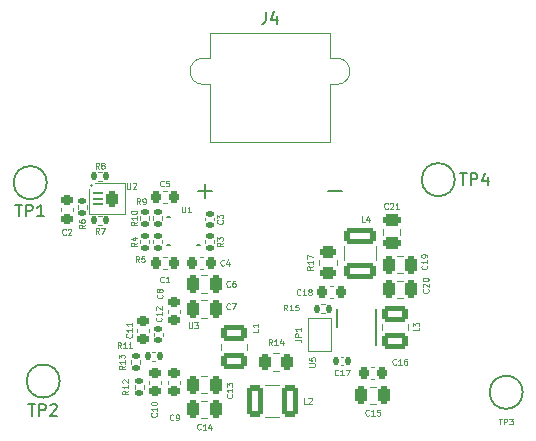
<source format=gto>
G04 #@! TF.GenerationSoftware,KiCad,Pcbnew,7.0.5-0*
G04 #@! TF.CreationDate,2023-09-26T15:14:25-04:00*
G04 #@! TF.ProjectId,PowerPack,506f7765-7250-4616-936b-2e6b69636164,rev?*
G04 #@! TF.SameCoordinates,Original*
G04 #@! TF.FileFunction,Legend,Top*
G04 #@! TF.FilePolarity,Positive*
%FSLAX46Y46*%
G04 Gerber Fmt 4.6, Leading zero omitted, Abs format (unit mm)*
G04 Created by KiCad (PCBNEW 7.0.5-0) date 2023-09-26 15:14:25*
%MOMM*%
%LPD*%
G01*
G04 APERTURE LIST*
G04 Aperture macros list*
%AMRoundRect*
0 Rectangle with rounded corners*
0 $1 Rounding radius*
0 $2 $3 $4 $5 $6 $7 $8 $9 X,Y pos of 4 corners*
0 Add a 4 corners polygon primitive as box body*
4,1,4,$2,$3,$4,$5,$6,$7,$8,$9,$2,$3,0*
0 Add four circle primitives for the rounded corners*
1,1,$1+$1,$2,$3*
1,1,$1+$1,$4,$5*
1,1,$1+$1,$6,$7*
1,1,$1+$1,$8,$9*
0 Add four rect primitives between the rounded corners*
20,1,$1+$1,$2,$3,$4,$5,0*
20,1,$1+$1,$4,$5,$6,$7,0*
20,1,$1+$1,$6,$7,$8,$9,0*
20,1,$1+$1,$8,$9,$2,$3,0*%
%AMFreePoly0*
4,1,6,1.000000,0.000000,0.500000,-0.750000,-0.500000,-0.750000,-0.500000,0.750000,0.500000,0.750000,1.000000,0.000000,1.000000,0.000000,$1*%
%AMFreePoly1*
4,1,6,0.500000,-0.750000,-0.650000,-0.750000,-0.150000,0.000000,-0.650000,0.750000,0.500000,0.750000,0.500000,-0.750000,0.500000,-0.750000,$1*%
G04 Aperture macros list end*
%ADD10C,0.125000*%
%ADD11C,0.150000*%
%ADD12C,0.120000*%
%ADD13RoundRect,0.225000X0.225000X0.250000X-0.225000X0.250000X-0.225000X-0.250000X0.225000X-0.250000X0*%
%ADD14RoundRect,0.250000X-0.250000X-0.475000X0.250000X-0.475000X0.250000X0.475000X-0.250000X0.475000X0*%
%ADD15RoundRect,0.135000X0.185000X-0.135000X0.185000X0.135000X-0.185000X0.135000X-0.185000X-0.135000X0*%
%ADD16RoundRect,0.250001X0.849999X-0.462499X0.849999X0.462499X-0.849999X0.462499X-0.849999X-0.462499X0*%
%ADD17RoundRect,0.135000X0.135000X0.185000X-0.135000X0.185000X-0.135000X-0.185000X0.135000X-0.185000X0*%
%ADD18RoundRect,0.225000X-0.250000X0.225000X-0.250000X-0.225000X0.250000X-0.225000X0.250000X0.225000X0*%
%ADD19RoundRect,0.225000X-0.225000X-0.250000X0.225000X-0.250000X0.225000X0.250000X-0.225000X0.250000X0*%
%ADD20RoundRect,0.135000X-0.185000X0.135000X-0.185000X-0.135000X0.185000X-0.135000X0.185000X0.135000X0*%
%ADD21RoundRect,0.250001X1.074999X-0.462499X1.074999X0.462499X-1.074999X0.462499X-1.074999X-0.462499X0*%
%ADD22RoundRect,0.250000X-0.262500X-0.450000X0.262500X-0.450000X0.262500X0.450000X-0.262500X0.450000X0*%
%ADD23RoundRect,0.225000X0.250000X-0.225000X0.250000X0.225000X-0.250000X0.225000X-0.250000X-0.225000X0*%
%ADD24RoundRect,0.140000X0.140000X0.170000X-0.140000X0.170000X-0.140000X-0.170000X0.140000X-0.170000X0*%
%ADD25C,0.254000*%
%ADD26C,2.000000*%
%ADD27RoundRect,0.135000X-0.135000X-0.185000X0.135000X-0.185000X0.135000X0.185000X-0.135000X0.185000X0*%
%ADD28RoundRect,0.250001X-0.462499X-1.074999X0.462499X-1.074999X0.462499X1.074999X-0.462499X1.074999X0*%
%ADD29RoundRect,0.140000X0.170000X-0.140000X0.170000X0.140000X-0.170000X0.140000X-0.170000X-0.140000X0*%
%ADD30RoundRect,0.250001X-0.849999X0.462499X-0.849999X-0.462499X0.849999X-0.462499X0.849999X0.462499X0*%
%ADD31R,0.300000X0.650000*%
%ADD32R,2.500000X1.700000*%
%ADD33RoundRect,0.062500X-0.325000X-0.062500X0.325000X-0.062500X0.325000X0.062500X-0.325000X0.062500X0*%
%ADD34RoundRect,0.250000X-0.250000X-0.400000X0.250000X-0.400000X0.250000X0.400000X-0.250000X0.400000X0*%
%ADD35RoundRect,0.250000X-0.475000X0.250000X-0.475000X-0.250000X0.475000X-0.250000X0.475000X0.250000X0*%
%ADD36R,0.399999X1.050000*%
%ADD37R,0.599999X0.200000*%
%ADD38C,1.400000*%
%ADD39R,3.500000X3.500000*%
%ADD40C,3.500000*%
%ADD41FreePoly0,90.000000*%
%ADD42FreePoly1,90.000000*%
%ADD43RoundRect,0.250000X0.450000X-0.262500X0.450000X0.262500X-0.450000X0.262500X-0.450000X-0.262500X0*%
G04 APERTURE END LIST*
D10*
X109516666Y-53277190D02*
X109492857Y-53301000D01*
X109492857Y-53301000D02*
X109421428Y-53324809D01*
X109421428Y-53324809D02*
X109373809Y-53324809D01*
X109373809Y-53324809D02*
X109302381Y-53301000D01*
X109302381Y-53301000D02*
X109254762Y-53253380D01*
X109254762Y-53253380D02*
X109230952Y-53205761D01*
X109230952Y-53205761D02*
X109207143Y-53110523D01*
X109207143Y-53110523D02*
X109207143Y-53039095D01*
X109207143Y-53039095D02*
X109230952Y-52943857D01*
X109230952Y-52943857D02*
X109254762Y-52896238D01*
X109254762Y-52896238D02*
X109302381Y-52848619D01*
X109302381Y-52848619D02*
X109373809Y-52824809D01*
X109373809Y-52824809D02*
X109421428Y-52824809D01*
X109421428Y-52824809D02*
X109492857Y-52848619D01*
X109492857Y-52848619D02*
X109516666Y-52872428D01*
X109969047Y-52824809D02*
X109730952Y-52824809D01*
X109730952Y-52824809D02*
X109707143Y-53062904D01*
X109707143Y-53062904D02*
X109730952Y-53039095D01*
X109730952Y-53039095D02*
X109778571Y-53015285D01*
X109778571Y-53015285D02*
X109897619Y-53015285D01*
X109897619Y-53015285D02*
X109945238Y-53039095D01*
X109945238Y-53039095D02*
X109969047Y-53062904D01*
X109969047Y-53062904D02*
X109992857Y-53110523D01*
X109992857Y-53110523D02*
X109992857Y-53229571D01*
X109992857Y-53229571D02*
X109969047Y-53277190D01*
X109969047Y-53277190D02*
X109945238Y-53301000D01*
X109945238Y-53301000D02*
X109897619Y-53324809D01*
X109897619Y-53324809D02*
X109778571Y-53324809D01*
X109778571Y-53324809D02*
X109730952Y-53301000D01*
X109730952Y-53301000D02*
X109707143Y-53277190D01*
X112628571Y-73877190D02*
X112604762Y-73901000D01*
X112604762Y-73901000D02*
X112533333Y-73924809D01*
X112533333Y-73924809D02*
X112485714Y-73924809D01*
X112485714Y-73924809D02*
X112414286Y-73901000D01*
X112414286Y-73901000D02*
X112366667Y-73853380D01*
X112366667Y-73853380D02*
X112342857Y-73805761D01*
X112342857Y-73805761D02*
X112319048Y-73710523D01*
X112319048Y-73710523D02*
X112319048Y-73639095D01*
X112319048Y-73639095D02*
X112342857Y-73543857D01*
X112342857Y-73543857D02*
X112366667Y-73496238D01*
X112366667Y-73496238D02*
X112414286Y-73448619D01*
X112414286Y-73448619D02*
X112485714Y-73424809D01*
X112485714Y-73424809D02*
X112533333Y-73424809D01*
X112533333Y-73424809D02*
X112604762Y-73448619D01*
X112604762Y-73448619D02*
X112628571Y-73472428D01*
X113104762Y-73924809D02*
X112819048Y-73924809D01*
X112961905Y-73924809D02*
X112961905Y-73424809D01*
X112961905Y-73424809D02*
X112914286Y-73496238D01*
X112914286Y-73496238D02*
X112866667Y-73543857D01*
X112866667Y-73543857D02*
X112819048Y-73567666D01*
X113533333Y-73591476D02*
X113533333Y-73924809D01*
X113414285Y-73401000D02*
X113295238Y-73758142D01*
X113295238Y-73758142D02*
X113604761Y-73758142D01*
X115277190Y-70921428D02*
X115301000Y-70945237D01*
X115301000Y-70945237D02*
X115324809Y-71016666D01*
X115324809Y-71016666D02*
X115324809Y-71064285D01*
X115324809Y-71064285D02*
X115301000Y-71135713D01*
X115301000Y-71135713D02*
X115253380Y-71183332D01*
X115253380Y-71183332D02*
X115205761Y-71207142D01*
X115205761Y-71207142D02*
X115110523Y-71230951D01*
X115110523Y-71230951D02*
X115039095Y-71230951D01*
X115039095Y-71230951D02*
X114943857Y-71207142D01*
X114943857Y-71207142D02*
X114896238Y-71183332D01*
X114896238Y-71183332D02*
X114848619Y-71135713D01*
X114848619Y-71135713D02*
X114824809Y-71064285D01*
X114824809Y-71064285D02*
X114824809Y-71016666D01*
X114824809Y-71016666D02*
X114848619Y-70945237D01*
X114848619Y-70945237D02*
X114872428Y-70921428D01*
X115324809Y-70445237D02*
X115324809Y-70730951D01*
X115324809Y-70588094D02*
X114824809Y-70588094D01*
X114824809Y-70588094D02*
X114896238Y-70635713D01*
X114896238Y-70635713D02*
X114943857Y-70683332D01*
X114943857Y-70683332D02*
X114967666Y-70730951D01*
X114824809Y-70278571D02*
X114824809Y-69969047D01*
X114824809Y-69969047D02*
X115015285Y-70135714D01*
X115015285Y-70135714D02*
X115015285Y-70064285D01*
X115015285Y-70064285D02*
X115039095Y-70016666D01*
X115039095Y-70016666D02*
X115062904Y-69992857D01*
X115062904Y-69992857D02*
X115110523Y-69969047D01*
X115110523Y-69969047D02*
X115229571Y-69969047D01*
X115229571Y-69969047D02*
X115277190Y-69992857D01*
X115277190Y-69992857D02*
X115301000Y-70016666D01*
X115301000Y-70016666D02*
X115324809Y-70064285D01*
X115324809Y-70064285D02*
X115324809Y-70207142D01*
X115324809Y-70207142D02*
X115301000Y-70254761D01*
X115301000Y-70254761D02*
X115277190Y-70278571D01*
X131877190Y-62021428D02*
X131901000Y-62045237D01*
X131901000Y-62045237D02*
X131924809Y-62116666D01*
X131924809Y-62116666D02*
X131924809Y-62164285D01*
X131924809Y-62164285D02*
X131901000Y-62235713D01*
X131901000Y-62235713D02*
X131853380Y-62283332D01*
X131853380Y-62283332D02*
X131805761Y-62307142D01*
X131805761Y-62307142D02*
X131710523Y-62330951D01*
X131710523Y-62330951D02*
X131639095Y-62330951D01*
X131639095Y-62330951D02*
X131543857Y-62307142D01*
X131543857Y-62307142D02*
X131496238Y-62283332D01*
X131496238Y-62283332D02*
X131448619Y-62235713D01*
X131448619Y-62235713D02*
X131424809Y-62164285D01*
X131424809Y-62164285D02*
X131424809Y-62116666D01*
X131424809Y-62116666D02*
X131448619Y-62045237D01*
X131448619Y-62045237D02*
X131472428Y-62021428D01*
X131472428Y-61830951D02*
X131448619Y-61807142D01*
X131448619Y-61807142D02*
X131424809Y-61759523D01*
X131424809Y-61759523D02*
X131424809Y-61640475D01*
X131424809Y-61640475D02*
X131448619Y-61592856D01*
X131448619Y-61592856D02*
X131472428Y-61569047D01*
X131472428Y-61569047D02*
X131520047Y-61545237D01*
X131520047Y-61545237D02*
X131567666Y-61545237D01*
X131567666Y-61545237D02*
X131639095Y-61569047D01*
X131639095Y-61569047D02*
X131924809Y-61854761D01*
X131924809Y-61854761D02*
X131924809Y-61545237D01*
X131424809Y-61235714D02*
X131424809Y-61188095D01*
X131424809Y-61188095D02*
X131448619Y-61140476D01*
X131448619Y-61140476D02*
X131472428Y-61116666D01*
X131472428Y-61116666D02*
X131520047Y-61092857D01*
X131520047Y-61092857D02*
X131615285Y-61069047D01*
X131615285Y-61069047D02*
X131734333Y-61069047D01*
X131734333Y-61069047D02*
X131829571Y-61092857D01*
X131829571Y-61092857D02*
X131877190Y-61116666D01*
X131877190Y-61116666D02*
X131901000Y-61140476D01*
X131901000Y-61140476D02*
X131924809Y-61188095D01*
X131924809Y-61188095D02*
X131924809Y-61235714D01*
X131924809Y-61235714D02*
X131901000Y-61283333D01*
X131901000Y-61283333D02*
X131877190Y-61307142D01*
X131877190Y-61307142D02*
X131829571Y-61330952D01*
X131829571Y-61330952D02*
X131734333Y-61354761D01*
X131734333Y-61354761D02*
X131615285Y-61354761D01*
X131615285Y-61354761D02*
X131520047Y-61330952D01*
X131520047Y-61330952D02*
X131472428Y-61307142D01*
X131472428Y-61307142D02*
X131448619Y-61283333D01*
X131448619Y-61283333D02*
X131424809Y-61235714D01*
X107224809Y-56321428D02*
X106986714Y-56488094D01*
X107224809Y-56607142D02*
X106724809Y-56607142D01*
X106724809Y-56607142D02*
X106724809Y-56416666D01*
X106724809Y-56416666D02*
X106748619Y-56369047D01*
X106748619Y-56369047D02*
X106772428Y-56345237D01*
X106772428Y-56345237D02*
X106820047Y-56321428D01*
X106820047Y-56321428D02*
X106891476Y-56321428D01*
X106891476Y-56321428D02*
X106939095Y-56345237D01*
X106939095Y-56345237D02*
X106962904Y-56369047D01*
X106962904Y-56369047D02*
X106986714Y-56416666D01*
X106986714Y-56416666D02*
X106986714Y-56607142D01*
X107224809Y-55845237D02*
X107224809Y-56130951D01*
X107224809Y-55988094D02*
X106724809Y-55988094D01*
X106724809Y-55988094D02*
X106796238Y-56035713D01*
X106796238Y-56035713D02*
X106843857Y-56083332D01*
X106843857Y-56083332D02*
X106867666Y-56130951D01*
X106724809Y-55535714D02*
X106724809Y-55488095D01*
X106724809Y-55488095D02*
X106748619Y-55440476D01*
X106748619Y-55440476D02*
X106772428Y-55416666D01*
X106772428Y-55416666D02*
X106820047Y-55392857D01*
X106820047Y-55392857D02*
X106915285Y-55369047D01*
X106915285Y-55369047D02*
X107034333Y-55369047D01*
X107034333Y-55369047D02*
X107129571Y-55392857D01*
X107129571Y-55392857D02*
X107177190Y-55416666D01*
X107177190Y-55416666D02*
X107201000Y-55440476D01*
X107201000Y-55440476D02*
X107224809Y-55488095D01*
X107224809Y-55488095D02*
X107224809Y-55535714D01*
X107224809Y-55535714D02*
X107201000Y-55583333D01*
X107201000Y-55583333D02*
X107177190Y-55607142D01*
X107177190Y-55607142D02*
X107129571Y-55630952D01*
X107129571Y-55630952D02*
X107034333Y-55654761D01*
X107034333Y-55654761D02*
X106915285Y-55654761D01*
X106915285Y-55654761D02*
X106820047Y-55630952D01*
X106820047Y-55630952D02*
X106772428Y-55607142D01*
X106772428Y-55607142D02*
X106748619Y-55583333D01*
X106748619Y-55583333D02*
X106724809Y-55535714D01*
X115116666Y-63677190D02*
X115092857Y-63701000D01*
X115092857Y-63701000D02*
X115021428Y-63724809D01*
X115021428Y-63724809D02*
X114973809Y-63724809D01*
X114973809Y-63724809D02*
X114902381Y-63701000D01*
X114902381Y-63701000D02*
X114854762Y-63653380D01*
X114854762Y-63653380D02*
X114830952Y-63605761D01*
X114830952Y-63605761D02*
X114807143Y-63510523D01*
X114807143Y-63510523D02*
X114807143Y-63439095D01*
X114807143Y-63439095D02*
X114830952Y-63343857D01*
X114830952Y-63343857D02*
X114854762Y-63296238D01*
X114854762Y-63296238D02*
X114902381Y-63248619D01*
X114902381Y-63248619D02*
X114973809Y-63224809D01*
X114973809Y-63224809D02*
X115021428Y-63224809D01*
X115021428Y-63224809D02*
X115092857Y-63248619D01*
X115092857Y-63248619D02*
X115116666Y-63272428D01*
X115283333Y-63224809D02*
X115616666Y-63224809D01*
X115616666Y-63224809D02*
X115402381Y-63724809D01*
X131124809Y-65283333D02*
X131124809Y-65521428D01*
X131124809Y-65521428D02*
X130624809Y-65521428D01*
X130624809Y-65164285D02*
X130624809Y-64854761D01*
X130624809Y-64854761D02*
X130815285Y-65021428D01*
X130815285Y-65021428D02*
X130815285Y-64949999D01*
X130815285Y-64949999D02*
X130839095Y-64902380D01*
X130839095Y-64902380D02*
X130862904Y-64878571D01*
X130862904Y-64878571D02*
X130910523Y-64854761D01*
X130910523Y-64854761D02*
X131029571Y-64854761D01*
X131029571Y-64854761D02*
X131077190Y-64878571D01*
X131077190Y-64878571D02*
X131101000Y-64902380D01*
X131101000Y-64902380D02*
X131124809Y-64949999D01*
X131124809Y-64949999D02*
X131124809Y-65092856D01*
X131124809Y-65092856D02*
X131101000Y-65140475D01*
X131101000Y-65140475D02*
X131077190Y-65164285D01*
X119978571Y-63824809D02*
X119811905Y-63586714D01*
X119692857Y-63824809D02*
X119692857Y-63324809D01*
X119692857Y-63324809D02*
X119883333Y-63324809D01*
X119883333Y-63324809D02*
X119930952Y-63348619D01*
X119930952Y-63348619D02*
X119954762Y-63372428D01*
X119954762Y-63372428D02*
X119978571Y-63420047D01*
X119978571Y-63420047D02*
X119978571Y-63491476D01*
X119978571Y-63491476D02*
X119954762Y-63539095D01*
X119954762Y-63539095D02*
X119930952Y-63562904D01*
X119930952Y-63562904D02*
X119883333Y-63586714D01*
X119883333Y-63586714D02*
X119692857Y-63586714D01*
X120454762Y-63824809D02*
X120169048Y-63824809D01*
X120311905Y-63824809D02*
X120311905Y-63324809D01*
X120311905Y-63324809D02*
X120264286Y-63396238D01*
X120264286Y-63396238D02*
X120216667Y-63443857D01*
X120216667Y-63443857D02*
X120169048Y-63467666D01*
X120907142Y-63324809D02*
X120669047Y-63324809D01*
X120669047Y-63324809D02*
X120645238Y-63562904D01*
X120645238Y-63562904D02*
X120669047Y-63539095D01*
X120669047Y-63539095D02*
X120716666Y-63515285D01*
X120716666Y-63515285D02*
X120835714Y-63515285D01*
X120835714Y-63515285D02*
X120883333Y-63539095D01*
X120883333Y-63539095D02*
X120907142Y-63562904D01*
X120907142Y-63562904D02*
X120930952Y-63610523D01*
X120930952Y-63610523D02*
X120930952Y-63729571D01*
X120930952Y-63729571D02*
X120907142Y-63777190D01*
X120907142Y-63777190D02*
X120883333Y-63801000D01*
X120883333Y-63801000D02*
X120835714Y-63824809D01*
X120835714Y-63824809D02*
X120716666Y-63824809D01*
X120716666Y-63824809D02*
X120669047Y-63801000D01*
X120669047Y-63801000D02*
X120645238Y-63777190D01*
X104016666Y-51824809D02*
X103850000Y-51586714D01*
X103730952Y-51824809D02*
X103730952Y-51324809D01*
X103730952Y-51324809D02*
X103921428Y-51324809D01*
X103921428Y-51324809D02*
X103969047Y-51348619D01*
X103969047Y-51348619D02*
X103992857Y-51372428D01*
X103992857Y-51372428D02*
X104016666Y-51420047D01*
X104016666Y-51420047D02*
X104016666Y-51491476D01*
X104016666Y-51491476D02*
X103992857Y-51539095D01*
X103992857Y-51539095D02*
X103969047Y-51562904D01*
X103969047Y-51562904D02*
X103921428Y-51586714D01*
X103921428Y-51586714D02*
X103730952Y-51586714D01*
X104302381Y-51539095D02*
X104254762Y-51515285D01*
X104254762Y-51515285D02*
X104230952Y-51491476D01*
X104230952Y-51491476D02*
X104207143Y-51443857D01*
X104207143Y-51443857D02*
X104207143Y-51420047D01*
X104207143Y-51420047D02*
X104230952Y-51372428D01*
X104230952Y-51372428D02*
X104254762Y-51348619D01*
X104254762Y-51348619D02*
X104302381Y-51324809D01*
X104302381Y-51324809D02*
X104397619Y-51324809D01*
X104397619Y-51324809D02*
X104445238Y-51348619D01*
X104445238Y-51348619D02*
X104469047Y-51372428D01*
X104469047Y-51372428D02*
X104492857Y-51420047D01*
X104492857Y-51420047D02*
X104492857Y-51443857D01*
X104492857Y-51443857D02*
X104469047Y-51491476D01*
X104469047Y-51491476D02*
X104445238Y-51515285D01*
X104445238Y-51515285D02*
X104397619Y-51539095D01*
X104397619Y-51539095D02*
X104302381Y-51539095D01*
X104302381Y-51539095D02*
X104254762Y-51562904D01*
X104254762Y-51562904D02*
X104230952Y-51586714D01*
X104230952Y-51586714D02*
X104207143Y-51634333D01*
X104207143Y-51634333D02*
X104207143Y-51729571D01*
X104207143Y-51729571D02*
X104230952Y-51777190D01*
X104230952Y-51777190D02*
X104254762Y-51801000D01*
X104254762Y-51801000D02*
X104302381Y-51824809D01*
X104302381Y-51824809D02*
X104397619Y-51824809D01*
X104397619Y-51824809D02*
X104445238Y-51801000D01*
X104445238Y-51801000D02*
X104469047Y-51777190D01*
X104469047Y-51777190D02*
X104492857Y-51729571D01*
X104492857Y-51729571D02*
X104492857Y-51634333D01*
X104492857Y-51634333D02*
X104469047Y-51586714D01*
X104469047Y-51586714D02*
X104445238Y-51562904D01*
X104445238Y-51562904D02*
X104397619Y-51539095D01*
X101216666Y-57377190D02*
X101192857Y-57401000D01*
X101192857Y-57401000D02*
X101121428Y-57424809D01*
X101121428Y-57424809D02*
X101073809Y-57424809D01*
X101073809Y-57424809D02*
X101002381Y-57401000D01*
X101002381Y-57401000D02*
X100954762Y-57353380D01*
X100954762Y-57353380D02*
X100930952Y-57305761D01*
X100930952Y-57305761D02*
X100907143Y-57210523D01*
X100907143Y-57210523D02*
X100907143Y-57139095D01*
X100907143Y-57139095D02*
X100930952Y-57043857D01*
X100930952Y-57043857D02*
X100954762Y-56996238D01*
X100954762Y-56996238D02*
X101002381Y-56948619D01*
X101002381Y-56948619D02*
X101073809Y-56924809D01*
X101073809Y-56924809D02*
X101121428Y-56924809D01*
X101121428Y-56924809D02*
X101192857Y-56948619D01*
X101192857Y-56948619D02*
X101216666Y-56972428D01*
X101407143Y-56972428D02*
X101430952Y-56948619D01*
X101430952Y-56948619D02*
X101478571Y-56924809D01*
X101478571Y-56924809D02*
X101597619Y-56924809D01*
X101597619Y-56924809D02*
X101645238Y-56948619D01*
X101645238Y-56948619D02*
X101669047Y-56972428D01*
X101669047Y-56972428D02*
X101692857Y-57020047D01*
X101692857Y-57020047D02*
X101692857Y-57067666D01*
X101692857Y-57067666D02*
X101669047Y-57139095D01*
X101669047Y-57139095D02*
X101383333Y-57424809D01*
X101383333Y-57424809D02*
X101692857Y-57424809D01*
X114616666Y-59977190D02*
X114592857Y-60001000D01*
X114592857Y-60001000D02*
X114521428Y-60024809D01*
X114521428Y-60024809D02*
X114473809Y-60024809D01*
X114473809Y-60024809D02*
X114402381Y-60001000D01*
X114402381Y-60001000D02*
X114354762Y-59953380D01*
X114354762Y-59953380D02*
X114330952Y-59905761D01*
X114330952Y-59905761D02*
X114307143Y-59810523D01*
X114307143Y-59810523D02*
X114307143Y-59739095D01*
X114307143Y-59739095D02*
X114330952Y-59643857D01*
X114330952Y-59643857D02*
X114354762Y-59596238D01*
X114354762Y-59596238D02*
X114402381Y-59548619D01*
X114402381Y-59548619D02*
X114473809Y-59524809D01*
X114473809Y-59524809D02*
X114521428Y-59524809D01*
X114521428Y-59524809D02*
X114592857Y-59548619D01*
X114592857Y-59548619D02*
X114616666Y-59572428D01*
X115045238Y-59691476D02*
X115045238Y-60024809D01*
X114926190Y-59501000D02*
X114807143Y-59858142D01*
X114807143Y-59858142D02*
X115116666Y-59858142D01*
X107516666Y-54824809D02*
X107350000Y-54586714D01*
X107230952Y-54824809D02*
X107230952Y-54324809D01*
X107230952Y-54324809D02*
X107421428Y-54324809D01*
X107421428Y-54324809D02*
X107469047Y-54348619D01*
X107469047Y-54348619D02*
X107492857Y-54372428D01*
X107492857Y-54372428D02*
X107516666Y-54420047D01*
X107516666Y-54420047D02*
X107516666Y-54491476D01*
X107516666Y-54491476D02*
X107492857Y-54539095D01*
X107492857Y-54539095D02*
X107469047Y-54562904D01*
X107469047Y-54562904D02*
X107421428Y-54586714D01*
X107421428Y-54586714D02*
X107230952Y-54586714D01*
X107754762Y-54824809D02*
X107850000Y-54824809D01*
X107850000Y-54824809D02*
X107897619Y-54801000D01*
X107897619Y-54801000D02*
X107921428Y-54777190D01*
X107921428Y-54777190D02*
X107969047Y-54705761D01*
X107969047Y-54705761D02*
X107992857Y-54610523D01*
X107992857Y-54610523D02*
X107992857Y-54420047D01*
X107992857Y-54420047D02*
X107969047Y-54372428D01*
X107969047Y-54372428D02*
X107945238Y-54348619D01*
X107945238Y-54348619D02*
X107897619Y-54324809D01*
X107897619Y-54324809D02*
X107802381Y-54324809D01*
X107802381Y-54324809D02*
X107754762Y-54348619D01*
X107754762Y-54348619D02*
X107730952Y-54372428D01*
X107730952Y-54372428D02*
X107707143Y-54420047D01*
X107707143Y-54420047D02*
X107707143Y-54539095D01*
X107707143Y-54539095D02*
X107730952Y-54586714D01*
X107730952Y-54586714D02*
X107754762Y-54610523D01*
X107754762Y-54610523D02*
X107802381Y-54634333D01*
X107802381Y-54634333D02*
X107897619Y-54634333D01*
X107897619Y-54634333D02*
X107945238Y-54610523D01*
X107945238Y-54610523D02*
X107969047Y-54586714D01*
X107969047Y-54586714D02*
X107992857Y-54539095D01*
X126516666Y-56324809D02*
X126278571Y-56324809D01*
X126278571Y-56324809D02*
X126278571Y-55824809D01*
X126897619Y-55991476D02*
X126897619Y-56324809D01*
X126778571Y-55801000D02*
X126659524Y-56158142D01*
X126659524Y-56158142D02*
X126969047Y-56158142D01*
X107224809Y-58083333D02*
X106986714Y-58249999D01*
X107224809Y-58369047D02*
X106724809Y-58369047D01*
X106724809Y-58369047D02*
X106724809Y-58178571D01*
X106724809Y-58178571D02*
X106748619Y-58130952D01*
X106748619Y-58130952D02*
X106772428Y-58107142D01*
X106772428Y-58107142D02*
X106820047Y-58083333D01*
X106820047Y-58083333D02*
X106891476Y-58083333D01*
X106891476Y-58083333D02*
X106939095Y-58107142D01*
X106939095Y-58107142D02*
X106962904Y-58130952D01*
X106962904Y-58130952D02*
X106986714Y-58178571D01*
X106986714Y-58178571D02*
X106986714Y-58369047D01*
X106891476Y-57654761D02*
X107224809Y-57654761D01*
X106701000Y-57773809D02*
X107058142Y-57892856D01*
X107058142Y-57892856D02*
X107058142Y-57583333D01*
X118678571Y-66774809D02*
X118511905Y-66536714D01*
X118392857Y-66774809D02*
X118392857Y-66274809D01*
X118392857Y-66274809D02*
X118583333Y-66274809D01*
X118583333Y-66274809D02*
X118630952Y-66298619D01*
X118630952Y-66298619D02*
X118654762Y-66322428D01*
X118654762Y-66322428D02*
X118678571Y-66370047D01*
X118678571Y-66370047D02*
X118678571Y-66441476D01*
X118678571Y-66441476D02*
X118654762Y-66489095D01*
X118654762Y-66489095D02*
X118630952Y-66512904D01*
X118630952Y-66512904D02*
X118583333Y-66536714D01*
X118583333Y-66536714D02*
X118392857Y-66536714D01*
X119154762Y-66774809D02*
X118869048Y-66774809D01*
X119011905Y-66774809D02*
X119011905Y-66274809D01*
X119011905Y-66274809D02*
X118964286Y-66346238D01*
X118964286Y-66346238D02*
X118916667Y-66393857D01*
X118916667Y-66393857D02*
X118869048Y-66417666D01*
X119583333Y-66441476D02*
X119583333Y-66774809D01*
X119464285Y-66251000D02*
X119345238Y-66608142D01*
X119345238Y-66608142D02*
X119654761Y-66608142D01*
X110316666Y-73077190D02*
X110292857Y-73101000D01*
X110292857Y-73101000D02*
X110221428Y-73124809D01*
X110221428Y-73124809D02*
X110173809Y-73124809D01*
X110173809Y-73124809D02*
X110102381Y-73101000D01*
X110102381Y-73101000D02*
X110054762Y-73053380D01*
X110054762Y-73053380D02*
X110030952Y-73005761D01*
X110030952Y-73005761D02*
X110007143Y-72910523D01*
X110007143Y-72910523D02*
X110007143Y-72839095D01*
X110007143Y-72839095D02*
X110030952Y-72743857D01*
X110030952Y-72743857D02*
X110054762Y-72696238D01*
X110054762Y-72696238D02*
X110102381Y-72648619D01*
X110102381Y-72648619D02*
X110173809Y-72624809D01*
X110173809Y-72624809D02*
X110221428Y-72624809D01*
X110221428Y-72624809D02*
X110292857Y-72648619D01*
X110292857Y-72648619D02*
X110316666Y-72672428D01*
X110554762Y-73124809D02*
X110650000Y-73124809D01*
X110650000Y-73124809D02*
X110697619Y-73101000D01*
X110697619Y-73101000D02*
X110721428Y-73077190D01*
X110721428Y-73077190D02*
X110769047Y-73005761D01*
X110769047Y-73005761D02*
X110792857Y-72910523D01*
X110792857Y-72910523D02*
X110792857Y-72720047D01*
X110792857Y-72720047D02*
X110769047Y-72672428D01*
X110769047Y-72672428D02*
X110745238Y-72648619D01*
X110745238Y-72648619D02*
X110697619Y-72624809D01*
X110697619Y-72624809D02*
X110602381Y-72624809D01*
X110602381Y-72624809D02*
X110554762Y-72648619D01*
X110554762Y-72648619D02*
X110530952Y-72672428D01*
X110530952Y-72672428D02*
X110507143Y-72720047D01*
X110507143Y-72720047D02*
X110507143Y-72839095D01*
X110507143Y-72839095D02*
X110530952Y-72886714D01*
X110530952Y-72886714D02*
X110554762Y-72910523D01*
X110554762Y-72910523D02*
X110602381Y-72934333D01*
X110602381Y-72934333D02*
X110697619Y-72934333D01*
X110697619Y-72934333D02*
X110745238Y-72910523D01*
X110745238Y-72910523D02*
X110769047Y-72886714D01*
X110769047Y-72886714D02*
X110792857Y-72839095D01*
X124278571Y-69277190D02*
X124254762Y-69301000D01*
X124254762Y-69301000D02*
X124183333Y-69324809D01*
X124183333Y-69324809D02*
X124135714Y-69324809D01*
X124135714Y-69324809D02*
X124064286Y-69301000D01*
X124064286Y-69301000D02*
X124016667Y-69253380D01*
X124016667Y-69253380D02*
X123992857Y-69205761D01*
X123992857Y-69205761D02*
X123969048Y-69110523D01*
X123969048Y-69110523D02*
X123969048Y-69039095D01*
X123969048Y-69039095D02*
X123992857Y-68943857D01*
X123992857Y-68943857D02*
X124016667Y-68896238D01*
X124016667Y-68896238D02*
X124064286Y-68848619D01*
X124064286Y-68848619D02*
X124135714Y-68824809D01*
X124135714Y-68824809D02*
X124183333Y-68824809D01*
X124183333Y-68824809D02*
X124254762Y-68848619D01*
X124254762Y-68848619D02*
X124278571Y-68872428D01*
X124754762Y-69324809D02*
X124469048Y-69324809D01*
X124611905Y-69324809D02*
X124611905Y-68824809D01*
X124611905Y-68824809D02*
X124564286Y-68896238D01*
X124564286Y-68896238D02*
X124516667Y-68943857D01*
X124516667Y-68943857D02*
X124469048Y-68967666D01*
X124921428Y-68824809D02*
X125254761Y-68824809D01*
X125254761Y-68824809D02*
X125040476Y-69324809D01*
X111619047Y-64824809D02*
X111619047Y-65229571D01*
X111619047Y-65229571D02*
X111642857Y-65277190D01*
X111642857Y-65277190D02*
X111666666Y-65301000D01*
X111666666Y-65301000D02*
X111714285Y-65324809D01*
X111714285Y-65324809D02*
X111809523Y-65324809D01*
X111809523Y-65324809D02*
X111857142Y-65301000D01*
X111857142Y-65301000D02*
X111880952Y-65277190D01*
X111880952Y-65277190D02*
X111904761Y-65229571D01*
X111904761Y-65229571D02*
X111904761Y-64824809D01*
X112095238Y-64824809D02*
X112404762Y-64824809D01*
X112404762Y-64824809D02*
X112238095Y-65015285D01*
X112238095Y-65015285D02*
X112309524Y-65015285D01*
X112309524Y-65015285D02*
X112357143Y-65039095D01*
X112357143Y-65039095D02*
X112380952Y-65062904D01*
X112380952Y-65062904D02*
X112404762Y-65110523D01*
X112404762Y-65110523D02*
X112404762Y-65229571D01*
X112404762Y-65229571D02*
X112380952Y-65277190D01*
X112380952Y-65277190D02*
X112357143Y-65301000D01*
X112357143Y-65301000D02*
X112309524Y-65324809D01*
X112309524Y-65324809D02*
X112166667Y-65324809D01*
X112166667Y-65324809D02*
X112119048Y-65301000D01*
X112119048Y-65301000D02*
X112095238Y-65277190D01*
X102824809Y-56583333D02*
X102586714Y-56749999D01*
X102824809Y-56869047D02*
X102324809Y-56869047D01*
X102324809Y-56869047D02*
X102324809Y-56678571D01*
X102324809Y-56678571D02*
X102348619Y-56630952D01*
X102348619Y-56630952D02*
X102372428Y-56607142D01*
X102372428Y-56607142D02*
X102420047Y-56583333D01*
X102420047Y-56583333D02*
X102491476Y-56583333D01*
X102491476Y-56583333D02*
X102539095Y-56607142D01*
X102539095Y-56607142D02*
X102562904Y-56630952D01*
X102562904Y-56630952D02*
X102586714Y-56678571D01*
X102586714Y-56678571D02*
X102586714Y-56869047D01*
X102324809Y-56154761D02*
X102324809Y-56249999D01*
X102324809Y-56249999D02*
X102348619Y-56297618D01*
X102348619Y-56297618D02*
X102372428Y-56321428D01*
X102372428Y-56321428D02*
X102443857Y-56369047D01*
X102443857Y-56369047D02*
X102539095Y-56392856D01*
X102539095Y-56392856D02*
X102729571Y-56392856D01*
X102729571Y-56392856D02*
X102777190Y-56369047D01*
X102777190Y-56369047D02*
X102801000Y-56345237D01*
X102801000Y-56345237D02*
X102824809Y-56297618D01*
X102824809Y-56297618D02*
X102824809Y-56202380D01*
X102824809Y-56202380D02*
X102801000Y-56154761D01*
X102801000Y-56154761D02*
X102777190Y-56130952D01*
X102777190Y-56130952D02*
X102729571Y-56107142D01*
X102729571Y-56107142D02*
X102610523Y-56107142D01*
X102610523Y-56107142D02*
X102562904Y-56130952D01*
X102562904Y-56130952D02*
X102539095Y-56154761D01*
X102539095Y-56154761D02*
X102515285Y-56202380D01*
X102515285Y-56202380D02*
X102515285Y-56297618D01*
X102515285Y-56297618D02*
X102539095Y-56345237D01*
X102539095Y-56345237D02*
X102562904Y-56369047D01*
X102562904Y-56369047D02*
X102610523Y-56392856D01*
X137869048Y-72974809D02*
X138154762Y-72974809D01*
X138011905Y-73474809D02*
X138011905Y-72974809D01*
X138321428Y-73474809D02*
X138321428Y-72974809D01*
X138321428Y-72974809D02*
X138511904Y-72974809D01*
X138511904Y-72974809D02*
X138559523Y-72998619D01*
X138559523Y-72998619D02*
X138583333Y-73022428D01*
X138583333Y-73022428D02*
X138607142Y-73070047D01*
X138607142Y-73070047D02*
X138607142Y-73141476D01*
X138607142Y-73141476D02*
X138583333Y-73189095D01*
X138583333Y-73189095D02*
X138559523Y-73212904D01*
X138559523Y-73212904D02*
X138511904Y-73236714D01*
X138511904Y-73236714D02*
X138321428Y-73236714D01*
X138773809Y-72974809D02*
X139083333Y-72974809D01*
X139083333Y-72974809D02*
X138916666Y-73165285D01*
X138916666Y-73165285D02*
X138988095Y-73165285D01*
X138988095Y-73165285D02*
X139035714Y-73189095D01*
X139035714Y-73189095D02*
X139059523Y-73212904D01*
X139059523Y-73212904D02*
X139083333Y-73260523D01*
X139083333Y-73260523D02*
X139083333Y-73379571D01*
X139083333Y-73379571D02*
X139059523Y-73427190D01*
X139059523Y-73427190D02*
X139035714Y-73451000D01*
X139035714Y-73451000D02*
X138988095Y-73474809D01*
X138988095Y-73474809D02*
X138845238Y-73474809D01*
X138845238Y-73474809D02*
X138797619Y-73451000D01*
X138797619Y-73451000D02*
X138773809Y-73427190D01*
X121078571Y-62477190D02*
X121054762Y-62501000D01*
X121054762Y-62501000D02*
X120983333Y-62524809D01*
X120983333Y-62524809D02*
X120935714Y-62524809D01*
X120935714Y-62524809D02*
X120864286Y-62501000D01*
X120864286Y-62501000D02*
X120816667Y-62453380D01*
X120816667Y-62453380D02*
X120792857Y-62405761D01*
X120792857Y-62405761D02*
X120769048Y-62310523D01*
X120769048Y-62310523D02*
X120769048Y-62239095D01*
X120769048Y-62239095D02*
X120792857Y-62143857D01*
X120792857Y-62143857D02*
X120816667Y-62096238D01*
X120816667Y-62096238D02*
X120864286Y-62048619D01*
X120864286Y-62048619D02*
X120935714Y-62024809D01*
X120935714Y-62024809D02*
X120983333Y-62024809D01*
X120983333Y-62024809D02*
X121054762Y-62048619D01*
X121054762Y-62048619D02*
X121078571Y-62072428D01*
X121554762Y-62524809D02*
X121269048Y-62524809D01*
X121411905Y-62524809D02*
X121411905Y-62024809D01*
X121411905Y-62024809D02*
X121364286Y-62096238D01*
X121364286Y-62096238D02*
X121316667Y-62143857D01*
X121316667Y-62143857D02*
X121269048Y-62167666D01*
X121840476Y-62239095D02*
X121792857Y-62215285D01*
X121792857Y-62215285D02*
X121769047Y-62191476D01*
X121769047Y-62191476D02*
X121745238Y-62143857D01*
X121745238Y-62143857D02*
X121745238Y-62120047D01*
X121745238Y-62120047D02*
X121769047Y-62072428D01*
X121769047Y-62072428D02*
X121792857Y-62048619D01*
X121792857Y-62048619D02*
X121840476Y-62024809D01*
X121840476Y-62024809D02*
X121935714Y-62024809D01*
X121935714Y-62024809D02*
X121983333Y-62048619D01*
X121983333Y-62048619D02*
X122007142Y-62072428D01*
X122007142Y-62072428D02*
X122030952Y-62120047D01*
X122030952Y-62120047D02*
X122030952Y-62143857D01*
X122030952Y-62143857D02*
X122007142Y-62191476D01*
X122007142Y-62191476D02*
X121983333Y-62215285D01*
X121983333Y-62215285D02*
X121935714Y-62239095D01*
X121935714Y-62239095D02*
X121840476Y-62239095D01*
X121840476Y-62239095D02*
X121792857Y-62262904D01*
X121792857Y-62262904D02*
X121769047Y-62286714D01*
X121769047Y-62286714D02*
X121745238Y-62334333D01*
X121745238Y-62334333D02*
X121745238Y-62429571D01*
X121745238Y-62429571D02*
X121769047Y-62477190D01*
X121769047Y-62477190D02*
X121792857Y-62501000D01*
X121792857Y-62501000D02*
X121840476Y-62524809D01*
X121840476Y-62524809D02*
X121935714Y-62524809D01*
X121935714Y-62524809D02*
X121983333Y-62501000D01*
X121983333Y-62501000D02*
X122007142Y-62477190D01*
X122007142Y-62477190D02*
X122030952Y-62429571D01*
X122030952Y-62429571D02*
X122030952Y-62334333D01*
X122030952Y-62334333D02*
X122007142Y-62286714D01*
X122007142Y-62286714D02*
X121983333Y-62262904D01*
X121983333Y-62262904D02*
X121935714Y-62239095D01*
X129178571Y-68377190D02*
X129154762Y-68401000D01*
X129154762Y-68401000D02*
X129083333Y-68424809D01*
X129083333Y-68424809D02*
X129035714Y-68424809D01*
X129035714Y-68424809D02*
X128964286Y-68401000D01*
X128964286Y-68401000D02*
X128916667Y-68353380D01*
X128916667Y-68353380D02*
X128892857Y-68305761D01*
X128892857Y-68305761D02*
X128869048Y-68210523D01*
X128869048Y-68210523D02*
X128869048Y-68139095D01*
X128869048Y-68139095D02*
X128892857Y-68043857D01*
X128892857Y-68043857D02*
X128916667Y-67996238D01*
X128916667Y-67996238D02*
X128964286Y-67948619D01*
X128964286Y-67948619D02*
X129035714Y-67924809D01*
X129035714Y-67924809D02*
X129083333Y-67924809D01*
X129083333Y-67924809D02*
X129154762Y-67948619D01*
X129154762Y-67948619D02*
X129178571Y-67972428D01*
X129654762Y-68424809D02*
X129369048Y-68424809D01*
X129511905Y-68424809D02*
X129511905Y-67924809D01*
X129511905Y-67924809D02*
X129464286Y-67996238D01*
X129464286Y-67996238D02*
X129416667Y-68043857D01*
X129416667Y-68043857D02*
X129369048Y-68067666D01*
X130083333Y-67924809D02*
X129988095Y-67924809D01*
X129988095Y-67924809D02*
X129940476Y-67948619D01*
X129940476Y-67948619D02*
X129916666Y-67972428D01*
X129916666Y-67972428D02*
X129869047Y-68043857D01*
X129869047Y-68043857D02*
X129845238Y-68139095D01*
X129845238Y-68139095D02*
X129845238Y-68329571D01*
X129845238Y-68329571D02*
X129869047Y-68377190D01*
X129869047Y-68377190D02*
X129892857Y-68401000D01*
X129892857Y-68401000D02*
X129940476Y-68424809D01*
X129940476Y-68424809D02*
X130035714Y-68424809D01*
X130035714Y-68424809D02*
X130083333Y-68401000D01*
X130083333Y-68401000D02*
X130107142Y-68377190D01*
X130107142Y-68377190D02*
X130130952Y-68329571D01*
X130130952Y-68329571D02*
X130130952Y-68210523D01*
X130130952Y-68210523D02*
X130107142Y-68162904D01*
X130107142Y-68162904D02*
X130083333Y-68139095D01*
X130083333Y-68139095D02*
X130035714Y-68115285D01*
X130035714Y-68115285D02*
X129940476Y-68115285D01*
X129940476Y-68115285D02*
X129892857Y-68139095D01*
X129892857Y-68139095D02*
X129869047Y-68162904D01*
X129869047Y-68162904D02*
X129845238Y-68210523D01*
D11*
X134588095Y-52204819D02*
X135159523Y-52204819D01*
X134873809Y-53204819D02*
X134873809Y-52204819D01*
X135492857Y-53204819D02*
X135492857Y-52204819D01*
X135492857Y-52204819D02*
X135873809Y-52204819D01*
X135873809Y-52204819D02*
X135969047Y-52252438D01*
X135969047Y-52252438D02*
X136016666Y-52300057D01*
X136016666Y-52300057D02*
X136064285Y-52395295D01*
X136064285Y-52395295D02*
X136064285Y-52538152D01*
X136064285Y-52538152D02*
X136016666Y-52633390D01*
X136016666Y-52633390D02*
X135969047Y-52681009D01*
X135969047Y-52681009D02*
X135873809Y-52728628D01*
X135873809Y-52728628D02*
X135492857Y-52728628D01*
X136921428Y-52538152D02*
X136921428Y-53204819D01*
X136683333Y-52157200D02*
X136445238Y-52871485D01*
X136445238Y-52871485D02*
X137064285Y-52871485D01*
D10*
X104016666Y-57324809D02*
X103850000Y-57086714D01*
X103730952Y-57324809D02*
X103730952Y-56824809D01*
X103730952Y-56824809D02*
X103921428Y-56824809D01*
X103921428Y-56824809D02*
X103969047Y-56848619D01*
X103969047Y-56848619D02*
X103992857Y-56872428D01*
X103992857Y-56872428D02*
X104016666Y-56920047D01*
X104016666Y-56920047D02*
X104016666Y-56991476D01*
X104016666Y-56991476D02*
X103992857Y-57039095D01*
X103992857Y-57039095D02*
X103969047Y-57062904D01*
X103969047Y-57062904D02*
X103921428Y-57086714D01*
X103921428Y-57086714D02*
X103730952Y-57086714D01*
X104183333Y-56824809D02*
X104516666Y-56824809D01*
X104516666Y-56824809D02*
X104302381Y-57324809D01*
X114524809Y-58083333D02*
X114286714Y-58249999D01*
X114524809Y-58369047D02*
X114024809Y-58369047D01*
X114024809Y-58369047D02*
X114024809Y-58178571D01*
X114024809Y-58178571D02*
X114048619Y-58130952D01*
X114048619Y-58130952D02*
X114072428Y-58107142D01*
X114072428Y-58107142D02*
X114120047Y-58083333D01*
X114120047Y-58083333D02*
X114191476Y-58083333D01*
X114191476Y-58083333D02*
X114239095Y-58107142D01*
X114239095Y-58107142D02*
X114262904Y-58130952D01*
X114262904Y-58130952D02*
X114286714Y-58178571D01*
X114286714Y-58178571D02*
X114286714Y-58369047D01*
X114024809Y-57916666D02*
X114024809Y-57607142D01*
X114024809Y-57607142D02*
X114215285Y-57773809D01*
X114215285Y-57773809D02*
X114215285Y-57702380D01*
X114215285Y-57702380D02*
X114239095Y-57654761D01*
X114239095Y-57654761D02*
X114262904Y-57630952D01*
X114262904Y-57630952D02*
X114310523Y-57607142D01*
X114310523Y-57607142D02*
X114429571Y-57607142D01*
X114429571Y-57607142D02*
X114477190Y-57630952D01*
X114477190Y-57630952D02*
X114501000Y-57654761D01*
X114501000Y-57654761D02*
X114524809Y-57702380D01*
X114524809Y-57702380D02*
X114524809Y-57845237D01*
X114524809Y-57845237D02*
X114501000Y-57892856D01*
X114501000Y-57892856D02*
X114477190Y-57916666D01*
X121616666Y-71724809D02*
X121378571Y-71724809D01*
X121378571Y-71724809D02*
X121378571Y-71224809D01*
X121759524Y-71272428D02*
X121783333Y-71248619D01*
X121783333Y-71248619D02*
X121830952Y-71224809D01*
X121830952Y-71224809D02*
X121950000Y-71224809D01*
X121950000Y-71224809D02*
X121997619Y-71248619D01*
X121997619Y-71248619D02*
X122021428Y-71272428D01*
X122021428Y-71272428D02*
X122045238Y-71320047D01*
X122045238Y-71320047D02*
X122045238Y-71367666D01*
X122045238Y-71367666D02*
X122021428Y-71439095D01*
X122021428Y-71439095D02*
X121735714Y-71724809D01*
X121735714Y-71724809D02*
X122045238Y-71724809D01*
X131777190Y-60021428D02*
X131801000Y-60045237D01*
X131801000Y-60045237D02*
X131824809Y-60116666D01*
X131824809Y-60116666D02*
X131824809Y-60164285D01*
X131824809Y-60164285D02*
X131801000Y-60235713D01*
X131801000Y-60235713D02*
X131753380Y-60283332D01*
X131753380Y-60283332D02*
X131705761Y-60307142D01*
X131705761Y-60307142D02*
X131610523Y-60330951D01*
X131610523Y-60330951D02*
X131539095Y-60330951D01*
X131539095Y-60330951D02*
X131443857Y-60307142D01*
X131443857Y-60307142D02*
X131396238Y-60283332D01*
X131396238Y-60283332D02*
X131348619Y-60235713D01*
X131348619Y-60235713D02*
X131324809Y-60164285D01*
X131324809Y-60164285D02*
X131324809Y-60116666D01*
X131324809Y-60116666D02*
X131348619Y-60045237D01*
X131348619Y-60045237D02*
X131372428Y-60021428D01*
X131824809Y-59545237D02*
X131824809Y-59830951D01*
X131824809Y-59688094D02*
X131324809Y-59688094D01*
X131324809Y-59688094D02*
X131396238Y-59735713D01*
X131396238Y-59735713D02*
X131443857Y-59783332D01*
X131443857Y-59783332D02*
X131467666Y-59830951D01*
X131824809Y-59307142D02*
X131824809Y-59211904D01*
X131824809Y-59211904D02*
X131801000Y-59164285D01*
X131801000Y-59164285D02*
X131777190Y-59140476D01*
X131777190Y-59140476D02*
X131705761Y-59092857D01*
X131705761Y-59092857D02*
X131610523Y-59069047D01*
X131610523Y-59069047D02*
X131420047Y-59069047D01*
X131420047Y-59069047D02*
X131372428Y-59092857D01*
X131372428Y-59092857D02*
X131348619Y-59116666D01*
X131348619Y-59116666D02*
X131324809Y-59164285D01*
X131324809Y-59164285D02*
X131324809Y-59259523D01*
X131324809Y-59259523D02*
X131348619Y-59307142D01*
X131348619Y-59307142D02*
X131372428Y-59330952D01*
X131372428Y-59330952D02*
X131420047Y-59354761D01*
X131420047Y-59354761D02*
X131539095Y-59354761D01*
X131539095Y-59354761D02*
X131586714Y-59330952D01*
X131586714Y-59330952D02*
X131610523Y-59307142D01*
X131610523Y-59307142D02*
X131634333Y-59259523D01*
X131634333Y-59259523D02*
X131634333Y-59164285D01*
X131634333Y-59164285D02*
X131610523Y-59116666D01*
X131610523Y-59116666D02*
X131586714Y-59092857D01*
X131586714Y-59092857D02*
X131539095Y-59069047D01*
X109277190Y-64421428D02*
X109301000Y-64445237D01*
X109301000Y-64445237D02*
X109324809Y-64516666D01*
X109324809Y-64516666D02*
X109324809Y-64564285D01*
X109324809Y-64564285D02*
X109301000Y-64635713D01*
X109301000Y-64635713D02*
X109253380Y-64683332D01*
X109253380Y-64683332D02*
X109205761Y-64707142D01*
X109205761Y-64707142D02*
X109110523Y-64730951D01*
X109110523Y-64730951D02*
X109039095Y-64730951D01*
X109039095Y-64730951D02*
X108943857Y-64707142D01*
X108943857Y-64707142D02*
X108896238Y-64683332D01*
X108896238Y-64683332D02*
X108848619Y-64635713D01*
X108848619Y-64635713D02*
X108824809Y-64564285D01*
X108824809Y-64564285D02*
X108824809Y-64516666D01*
X108824809Y-64516666D02*
X108848619Y-64445237D01*
X108848619Y-64445237D02*
X108872428Y-64421428D01*
X109324809Y-63945237D02*
X109324809Y-64230951D01*
X109324809Y-64088094D02*
X108824809Y-64088094D01*
X108824809Y-64088094D02*
X108896238Y-64135713D01*
X108896238Y-64135713D02*
X108943857Y-64183332D01*
X108943857Y-64183332D02*
X108967666Y-64230951D01*
X108872428Y-63754761D02*
X108848619Y-63730952D01*
X108848619Y-63730952D02*
X108824809Y-63683333D01*
X108824809Y-63683333D02*
X108824809Y-63564285D01*
X108824809Y-63564285D02*
X108848619Y-63516666D01*
X108848619Y-63516666D02*
X108872428Y-63492857D01*
X108872428Y-63492857D02*
X108920047Y-63469047D01*
X108920047Y-63469047D02*
X108967666Y-63469047D01*
X108967666Y-63469047D02*
X109039095Y-63492857D01*
X109039095Y-63492857D02*
X109324809Y-63778571D01*
X109324809Y-63778571D02*
X109324809Y-63469047D01*
X106504809Y-70621428D02*
X106266714Y-70788094D01*
X106504809Y-70907142D02*
X106004809Y-70907142D01*
X106004809Y-70907142D02*
X106004809Y-70716666D01*
X106004809Y-70716666D02*
X106028619Y-70669047D01*
X106028619Y-70669047D02*
X106052428Y-70645237D01*
X106052428Y-70645237D02*
X106100047Y-70621428D01*
X106100047Y-70621428D02*
X106171476Y-70621428D01*
X106171476Y-70621428D02*
X106219095Y-70645237D01*
X106219095Y-70645237D02*
X106242904Y-70669047D01*
X106242904Y-70669047D02*
X106266714Y-70716666D01*
X106266714Y-70716666D02*
X106266714Y-70907142D01*
X106504809Y-70145237D02*
X106504809Y-70430951D01*
X106504809Y-70288094D02*
X106004809Y-70288094D01*
X106004809Y-70288094D02*
X106076238Y-70335713D01*
X106076238Y-70335713D02*
X106123857Y-70383332D01*
X106123857Y-70383332D02*
X106147666Y-70430951D01*
X106052428Y-69954761D02*
X106028619Y-69930952D01*
X106028619Y-69930952D02*
X106004809Y-69883333D01*
X106004809Y-69883333D02*
X106004809Y-69764285D01*
X106004809Y-69764285D02*
X106028619Y-69716666D01*
X106028619Y-69716666D02*
X106052428Y-69692857D01*
X106052428Y-69692857D02*
X106100047Y-69669047D01*
X106100047Y-69669047D02*
X106147666Y-69669047D01*
X106147666Y-69669047D02*
X106219095Y-69692857D01*
X106219095Y-69692857D02*
X106504809Y-69978571D01*
X106504809Y-69978571D02*
X106504809Y-69669047D01*
X115116666Y-61777190D02*
X115092857Y-61801000D01*
X115092857Y-61801000D02*
X115021428Y-61824809D01*
X115021428Y-61824809D02*
X114973809Y-61824809D01*
X114973809Y-61824809D02*
X114902381Y-61801000D01*
X114902381Y-61801000D02*
X114854762Y-61753380D01*
X114854762Y-61753380D02*
X114830952Y-61705761D01*
X114830952Y-61705761D02*
X114807143Y-61610523D01*
X114807143Y-61610523D02*
X114807143Y-61539095D01*
X114807143Y-61539095D02*
X114830952Y-61443857D01*
X114830952Y-61443857D02*
X114854762Y-61396238D01*
X114854762Y-61396238D02*
X114902381Y-61348619D01*
X114902381Y-61348619D02*
X114973809Y-61324809D01*
X114973809Y-61324809D02*
X115021428Y-61324809D01*
X115021428Y-61324809D02*
X115092857Y-61348619D01*
X115092857Y-61348619D02*
X115116666Y-61372428D01*
X115545238Y-61324809D02*
X115450000Y-61324809D01*
X115450000Y-61324809D02*
X115402381Y-61348619D01*
X115402381Y-61348619D02*
X115378571Y-61372428D01*
X115378571Y-61372428D02*
X115330952Y-61443857D01*
X115330952Y-61443857D02*
X115307143Y-61539095D01*
X115307143Y-61539095D02*
X115307143Y-61729571D01*
X115307143Y-61729571D02*
X115330952Y-61777190D01*
X115330952Y-61777190D02*
X115354762Y-61801000D01*
X115354762Y-61801000D02*
X115402381Y-61824809D01*
X115402381Y-61824809D02*
X115497619Y-61824809D01*
X115497619Y-61824809D02*
X115545238Y-61801000D01*
X115545238Y-61801000D02*
X115569047Y-61777190D01*
X115569047Y-61777190D02*
X115592857Y-61729571D01*
X115592857Y-61729571D02*
X115592857Y-61610523D01*
X115592857Y-61610523D02*
X115569047Y-61562904D01*
X115569047Y-61562904D02*
X115545238Y-61539095D01*
X115545238Y-61539095D02*
X115497619Y-61515285D01*
X115497619Y-61515285D02*
X115402381Y-61515285D01*
X115402381Y-61515285D02*
X115354762Y-61539095D01*
X115354762Y-61539095D02*
X115330952Y-61562904D01*
X115330952Y-61562904D02*
X115307143Y-61610523D01*
X117524809Y-65383333D02*
X117524809Y-65621428D01*
X117524809Y-65621428D02*
X117024809Y-65621428D01*
X117524809Y-64954761D02*
X117524809Y-65240475D01*
X117524809Y-65097618D02*
X117024809Y-65097618D01*
X117024809Y-65097618D02*
X117096238Y-65145237D01*
X117096238Y-65145237D02*
X117143857Y-65192856D01*
X117143857Y-65192856D02*
X117167666Y-65240475D01*
X106777190Y-65821428D02*
X106801000Y-65845237D01*
X106801000Y-65845237D02*
X106824809Y-65916666D01*
X106824809Y-65916666D02*
X106824809Y-65964285D01*
X106824809Y-65964285D02*
X106801000Y-66035713D01*
X106801000Y-66035713D02*
X106753380Y-66083332D01*
X106753380Y-66083332D02*
X106705761Y-66107142D01*
X106705761Y-66107142D02*
X106610523Y-66130951D01*
X106610523Y-66130951D02*
X106539095Y-66130951D01*
X106539095Y-66130951D02*
X106443857Y-66107142D01*
X106443857Y-66107142D02*
X106396238Y-66083332D01*
X106396238Y-66083332D02*
X106348619Y-66035713D01*
X106348619Y-66035713D02*
X106324809Y-65964285D01*
X106324809Y-65964285D02*
X106324809Y-65916666D01*
X106324809Y-65916666D02*
X106348619Y-65845237D01*
X106348619Y-65845237D02*
X106372428Y-65821428D01*
X106824809Y-65345237D02*
X106824809Y-65630951D01*
X106824809Y-65488094D02*
X106324809Y-65488094D01*
X106324809Y-65488094D02*
X106396238Y-65535713D01*
X106396238Y-65535713D02*
X106443857Y-65583332D01*
X106443857Y-65583332D02*
X106467666Y-65630951D01*
X106824809Y-64869047D02*
X106824809Y-65154761D01*
X106824809Y-65011904D02*
X106324809Y-65011904D01*
X106324809Y-65011904D02*
X106396238Y-65059523D01*
X106396238Y-65059523D02*
X106443857Y-65107142D01*
X106443857Y-65107142D02*
X106467666Y-65154761D01*
X109377190Y-62483333D02*
X109401000Y-62507142D01*
X109401000Y-62507142D02*
X109424809Y-62578571D01*
X109424809Y-62578571D02*
X109424809Y-62626190D01*
X109424809Y-62626190D02*
X109401000Y-62697618D01*
X109401000Y-62697618D02*
X109353380Y-62745237D01*
X109353380Y-62745237D02*
X109305761Y-62769047D01*
X109305761Y-62769047D02*
X109210523Y-62792856D01*
X109210523Y-62792856D02*
X109139095Y-62792856D01*
X109139095Y-62792856D02*
X109043857Y-62769047D01*
X109043857Y-62769047D02*
X108996238Y-62745237D01*
X108996238Y-62745237D02*
X108948619Y-62697618D01*
X108948619Y-62697618D02*
X108924809Y-62626190D01*
X108924809Y-62626190D02*
X108924809Y-62578571D01*
X108924809Y-62578571D02*
X108948619Y-62507142D01*
X108948619Y-62507142D02*
X108972428Y-62483333D01*
X109139095Y-62197618D02*
X109115285Y-62245237D01*
X109115285Y-62245237D02*
X109091476Y-62269047D01*
X109091476Y-62269047D02*
X109043857Y-62292856D01*
X109043857Y-62292856D02*
X109020047Y-62292856D01*
X109020047Y-62292856D02*
X108972428Y-62269047D01*
X108972428Y-62269047D02*
X108948619Y-62245237D01*
X108948619Y-62245237D02*
X108924809Y-62197618D01*
X108924809Y-62197618D02*
X108924809Y-62102380D01*
X108924809Y-62102380D02*
X108948619Y-62054761D01*
X108948619Y-62054761D02*
X108972428Y-62030952D01*
X108972428Y-62030952D02*
X109020047Y-62007142D01*
X109020047Y-62007142D02*
X109043857Y-62007142D01*
X109043857Y-62007142D02*
X109091476Y-62030952D01*
X109091476Y-62030952D02*
X109115285Y-62054761D01*
X109115285Y-62054761D02*
X109139095Y-62102380D01*
X109139095Y-62102380D02*
X109139095Y-62197618D01*
X109139095Y-62197618D02*
X109162904Y-62245237D01*
X109162904Y-62245237D02*
X109186714Y-62269047D01*
X109186714Y-62269047D02*
X109234333Y-62292856D01*
X109234333Y-62292856D02*
X109329571Y-62292856D01*
X109329571Y-62292856D02*
X109377190Y-62269047D01*
X109377190Y-62269047D02*
X109401000Y-62245237D01*
X109401000Y-62245237D02*
X109424809Y-62197618D01*
X109424809Y-62197618D02*
X109424809Y-62102380D01*
X109424809Y-62102380D02*
X109401000Y-62054761D01*
X109401000Y-62054761D02*
X109377190Y-62030952D01*
X109377190Y-62030952D02*
X109329571Y-62007142D01*
X109329571Y-62007142D02*
X109234333Y-62007142D01*
X109234333Y-62007142D02*
X109186714Y-62030952D01*
X109186714Y-62030952D02*
X109162904Y-62054761D01*
X109162904Y-62054761D02*
X109139095Y-62102380D01*
X121824809Y-68580952D02*
X122229571Y-68580952D01*
X122229571Y-68580952D02*
X122277190Y-68557142D01*
X122277190Y-68557142D02*
X122301000Y-68533333D01*
X122301000Y-68533333D02*
X122324809Y-68485714D01*
X122324809Y-68485714D02*
X122324809Y-68390476D01*
X122324809Y-68390476D02*
X122301000Y-68342857D01*
X122301000Y-68342857D02*
X122277190Y-68319047D01*
X122277190Y-68319047D02*
X122229571Y-68295238D01*
X122229571Y-68295238D02*
X121824809Y-68295238D01*
X121824809Y-67819047D02*
X121824809Y-68057142D01*
X121824809Y-68057142D02*
X122062904Y-68080951D01*
X122062904Y-68080951D02*
X122039095Y-68057142D01*
X122039095Y-68057142D02*
X122015285Y-68009523D01*
X122015285Y-68009523D02*
X122015285Y-67890475D01*
X122015285Y-67890475D02*
X122039095Y-67842856D01*
X122039095Y-67842856D02*
X122062904Y-67819047D01*
X122062904Y-67819047D02*
X122110523Y-67795237D01*
X122110523Y-67795237D02*
X122229571Y-67795237D01*
X122229571Y-67795237D02*
X122277190Y-67819047D01*
X122277190Y-67819047D02*
X122301000Y-67842856D01*
X122301000Y-67842856D02*
X122324809Y-67890475D01*
X122324809Y-67890475D02*
X122324809Y-68009523D01*
X122324809Y-68009523D02*
X122301000Y-68057142D01*
X122301000Y-68057142D02*
X122277190Y-68080951D01*
X106390447Y-53024809D02*
X106390447Y-53429571D01*
X106390447Y-53429571D02*
X106414257Y-53477190D01*
X106414257Y-53477190D02*
X106438066Y-53501000D01*
X106438066Y-53501000D02*
X106485685Y-53524809D01*
X106485685Y-53524809D02*
X106580923Y-53524809D01*
X106580923Y-53524809D02*
X106628542Y-53501000D01*
X106628542Y-53501000D02*
X106652352Y-53477190D01*
X106652352Y-53477190D02*
X106676161Y-53429571D01*
X106676161Y-53429571D02*
X106676161Y-53024809D01*
X106890448Y-53072428D02*
X106914257Y-53048619D01*
X106914257Y-53048619D02*
X106961876Y-53024809D01*
X106961876Y-53024809D02*
X107080924Y-53024809D01*
X107080924Y-53024809D02*
X107128543Y-53048619D01*
X107128543Y-53048619D02*
X107152352Y-53072428D01*
X107152352Y-53072428D02*
X107176162Y-53120047D01*
X107176162Y-53120047D02*
X107176162Y-53167666D01*
X107176162Y-53167666D02*
X107152352Y-53239095D01*
X107152352Y-53239095D02*
X106866638Y-53524809D01*
X106866638Y-53524809D02*
X107176162Y-53524809D01*
X128478571Y-55177190D02*
X128454762Y-55201000D01*
X128454762Y-55201000D02*
X128383333Y-55224809D01*
X128383333Y-55224809D02*
X128335714Y-55224809D01*
X128335714Y-55224809D02*
X128264286Y-55201000D01*
X128264286Y-55201000D02*
X128216667Y-55153380D01*
X128216667Y-55153380D02*
X128192857Y-55105761D01*
X128192857Y-55105761D02*
X128169048Y-55010523D01*
X128169048Y-55010523D02*
X128169048Y-54939095D01*
X128169048Y-54939095D02*
X128192857Y-54843857D01*
X128192857Y-54843857D02*
X128216667Y-54796238D01*
X128216667Y-54796238D02*
X128264286Y-54748619D01*
X128264286Y-54748619D02*
X128335714Y-54724809D01*
X128335714Y-54724809D02*
X128383333Y-54724809D01*
X128383333Y-54724809D02*
X128454762Y-54748619D01*
X128454762Y-54748619D02*
X128478571Y-54772428D01*
X128669048Y-54772428D02*
X128692857Y-54748619D01*
X128692857Y-54748619D02*
X128740476Y-54724809D01*
X128740476Y-54724809D02*
X128859524Y-54724809D01*
X128859524Y-54724809D02*
X128907143Y-54748619D01*
X128907143Y-54748619D02*
X128930952Y-54772428D01*
X128930952Y-54772428D02*
X128954762Y-54820047D01*
X128954762Y-54820047D02*
X128954762Y-54867666D01*
X128954762Y-54867666D02*
X128930952Y-54939095D01*
X128930952Y-54939095D02*
X128645238Y-55224809D01*
X128645238Y-55224809D02*
X128954762Y-55224809D01*
X129430952Y-55224809D02*
X129145238Y-55224809D01*
X129288095Y-55224809D02*
X129288095Y-54724809D01*
X129288095Y-54724809D02*
X129240476Y-54796238D01*
X129240476Y-54796238D02*
X129192857Y-54843857D01*
X129192857Y-54843857D02*
X129145238Y-54867666D01*
X111019047Y-55024809D02*
X111019047Y-55429571D01*
X111019047Y-55429571D02*
X111042857Y-55477190D01*
X111042857Y-55477190D02*
X111066666Y-55501000D01*
X111066666Y-55501000D02*
X111114285Y-55524809D01*
X111114285Y-55524809D02*
X111209523Y-55524809D01*
X111209523Y-55524809D02*
X111257142Y-55501000D01*
X111257142Y-55501000D02*
X111280952Y-55477190D01*
X111280952Y-55477190D02*
X111304761Y-55429571D01*
X111304761Y-55429571D02*
X111304761Y-55024809D01*
X111804762Y-55524809D02*
X111519048Y-55524809D01*
X111661905Y-55524809D02*
X111661905Y-55024809D01*
X111661905Y-55024809D02*
X111614286Y-55096238D01*
X111614286Y-55096238D02*
X111566667Y-55143857D01*
X111566667Y-55143857D02*
X111519048Y-55167666D01*
X109516666Y-61407190D02*
X109492857Y-61431000D01*
X109492857Y-61431000D02*
X109421428Y-61454809D01*
X109421428Y-61454809D02*
X109373809Y-61454809D01*
X109373809Y-61454809D02*
X109302381Y-61431000D01*
X109302381Y-61431000D02*
X109254762Y-61383380D01*
X109254762Y-61383380D02*
X109230952Y-61335761D01*
X109230952Y-61335761D02*
X109207143Y-61240523D01*
X109207143Y-61240523D02*
X109207143Y-61169095D01*
X109207143Y-61169095D02*
X109230952Y-61073857D01*
X109230952Y-61073857D02*
X109254762Y-61026238D01*
X109254762Y-61026238D02*
X109302381Y-60978619D01*
X109302381Y-60978619D02*
X109373809Y-60954809D01*
X109373809Y-60954809D02*
X109421428Y-60954809D01*
X109421428Y-60954809D02*
X109492857Y-60978619D01*
X109492857Y-60978619D02*
X109516666Y-61002428D01*
X109992857Y-61454809D02*
X109707143Y-61454809D01*
X109850000Y-61454809D02*
X109850000Y-60954809D01*
X109850000Y-60954809D02*
X109802381Y-61026238D01*
X109802381Y-61026238D02*
X109754762Y-61073857D01*
X109754762Y-61073857D02*
X109707143Y-61097666D01*
X114477190Y-56183333D02*
X114501000Y-56207142D01*
X114501000Y-56207142D02*
X114524809Y-56278571D01*
X114524809Y-56278571D02*
X114524809Y-56326190D01*
X114524809Y-56326190D02*
X114501000Y-56397618D01*
X114501000Y-56397618D02*
X114453380Y-56445237D01*
X114453380Y-56445237D02*
X114405761Y-56469047D01*
X114405761Y-56469047D02*
X114310523Y-56492856D01*
X114310523Y-56492856D02*
X114239095Y-56492856D01*
X114239095Y-56492856D02*
X114143857Y-56469047D01*
X114143857Y-56469047D02*
X114096238Y-56445237D01*
X114096238Y-56445237D02*
X114048619Y-56397618D01*
X114048619Y-56397618D02*
X114024809Y-56326190D01*
X114024809Y-56326190D02*
X114024809Y-56278571D01*
X114024809Y-56278571D02*
X114048619Y-56207142D01*
X114048619Y-56207142D02*
X114072428Y-56183333D01*
X114024809Y-56016666D02*
X114024809Y-55707142D01*
X114024809Y-55707142D02*
X114215285Y-55873809D01*
X114215285Y-55873809D02*
X114215285Y-55802380D01*
X114215285Y-55802380D02*
X114239095Y-55754761D01*
X114239095Y-55754761D02*
X114262904Y-55730952D01*
X114262904Y-55730952D02*
X114310523Y-55707142D01*
X114310523Y-55707142D02*
X114429571Y-55707142D01*
X114429571Y-55707142D02*
X114477190Y-55730952D01*
X114477190Y-55730952D02*
X114501000Y-55754761D01*
X114501000Y-55754761D02*
X114524809Y-55802380D01*
X114524809Y-55802380D02*
X114524809Y-55945237D01*
X114524809Y-55945237D02*
X114501000Y-55992856D01*
X114501000Y-55992856D02*
X114477190Y-56016666D01*
X107416666Y-59724809D02*
X107250000Y-59486714D01*
X107130952Y-59724809D02*
X107130952Y-59224809D01*
X107130952Y-59224809D02*
X107321428Y-59224809D01*
X107321428Y-59224809D02*
X107369047Y-59248619D01*
X107369047Y-59248619D02*
X107392857Y-59272428D01*
X107392857Y-59272428D02*
X107416666Y-59320047D01*
X107416666Y-59320047D02*
X107416666Y-59391476D01*
X107416666Y-59391476D02*
X107392857Y-59439095D01*
X107392857Y-59439095D02*
X107369047Y-59462904D01*
X107369047Y-59462904D02*
X107321428Y-59486714D01*
X107321428Y-59486714D02*
X107130952Y-59486714D01*
X107869047Y-59224809D02*
X107630952Y-59224809D01*
X107630952Y-59224809D02*
X107607143Y-59462904D01*
X107607143Y-59462904D02*
X107630952Y-59439095D01*
X107630952Y-59439095D02*
X107678571Y-59415285D01*
X107678571Y-59415285D02*
X107797619Y-59415285D01*
X107797619Y-59415285D02*
X107845238Y-59439095D01*
X107845238Y-59439095D02*
X107869047Y-59462904D01*
X107869047Y-59462904D02*
X107892857Y-59510523D01*
X107892857Y-59510523D02*
X107892857Y-59629571D01*
X107892857Y-59629571D02*
X107869047Y-59677190D01*
X107869047Y-59677190D02*
X107845238Y-59701000D01*
X107845238Y-59701000D02*
X107797619Y-59724809D01*
X107797619Y-59724809D02*
X107678571Y-59724809D01*
X107678571Y-59724809D02*
X107630952Y-59701000D01*
X107630952Y-59701000D02*
X107607143Y-59677190D01*
X105878571Y-67024809D02*
X105711905Y-66786714D01*
X105592857Y-67024809D02*
X105592857Y-66524809D01*
X105592857Y-66524809D02*
X105783333Y-66524809D01*
X105783333Y-66524809D02*
X105830952Y-66548619D01*
X105830952Y-66548619D02*
X105854762Y-66572428D01*
X105854762Y-66572428D02*
X105878571Y-66620047D01*
X105878571Y-66620047D02*
X105878571Y-66691476D01*
X105878571Y-66691476D02*
X105854762Y-66739095D01*
X105854762Y-66739095D02*
X105830952Y-66762904D01*
X105830952Y-66762904D02*
X105783333Y-66786714D01*
X105783333Y-66786714D02*
X105592857Y-66786714D01*
X106354762Y-67024809D02*
X106069048Y-67024809D01*
X106211905Y-67024809D02*
X106211905Y-66524809D01*
X106211905Y-66524809D02*
X106164286Y-66596238D01*
X106164286Y-66596238D02*
X106116667Y-66643857D01*
X106116667Y-66643857D02*
X106069048Y-66667666D01*
X106830952Y-67024809D02*
X106545238Y-67024809D01*
X106688095Y-67024809D02*
X106688095Y-66524809D01*
X106688095Y-66524809D02*
X106640476Y-66596238D01*
X106640476Y-66596238D02*
X106592857Y-66643857D01*
X106592857Y-66643857D02*
X106545238Y-66667666D01*
X108877190Y-72521428D02*
X108901000Y-72545237D01*
X108901000Y-72545237D02*
X108924809Y-72616666D01*
X108924809Y-72616666D02*
X108924809Y-72664285D01*
X108924809Y-72664285D02*
X108901000Y-72735713D01*
X108901000Y-72735713D02*
X108853380Y-72783332D01*
X108853380Y-72783332D02*
X108805761Y-72807142D01*
X108805761Y-72807142D02*
X108710523Y-72830951D01*
X108710523Y-72830951D02*
X108639095Y-72830951D01*
X108639095Y-72830951D02*
X108543857Y-72807142D01*
X108543857Y-72807142D02*
X108496238Y-72783332D01*
X108496238Y-72783332D02*
X108448619Y-72735713D01*
X108448619Y-72735713D02*
X108424809Y-72664285D01*
X108424809Y-72664285D02*
X108424809Y-72616666D01*
X108424809Y-72616666D02*
X108448619Y-72545237D01*
X108448619Y-72545237D02*
X108472428Y-72521428D01*
X108924809Y-72045237D02*
X108924809Y-72330951D01*
X108924809Y-72188094D02*
X108424809Y-72188094D01*
X108424809Y-72188094D02*
X108496238Y-72235713D01*
X108496238Y-72235713D02*
X108543857Y-72283332D01*
X108543857Y-72283332D02*
X108567666Y-72330951D01*
X108424809Y-71735714D02*
X108424809Y-71688095D01*
X108424809Y-71688095D02*
X108448619Y-71640476D01*
X108448619Y-71640476D02*
X108472428Y-71616666D01*
X108472428Y-71616666D02*
X108520047Y-71592857D01*
X108520047Y-71592857D02*
X108615285Y-71569047D01*
X108615285Y-71569047D02*
X108734333Y-71569047D01*
X108734333Y-71569047D02*
X108829571Y-71592857D01*
X108829571Y-71592857D02*
X108877190Y-71616666D01*
X108877190Y-71616666D02*
X108901000Y-71640476D01*
X108901000Y-71640476D02*
X108924809Y-71688095D01*
X108924809Y-71688095D02*
X108924809Y-71735714D01*
X108924809Y-71735714D02*
X108901000Y-71783333D01*
X108901000Y-71783333D02*
X108877190Y-71807142D01*
X108877190Y-71807142D02*
X108829571Y-71830952D01*
X108829571Y-71830952D02*
X108734333Y-71854761D01*
X108734333Y-71854761D02*
X108615285Y-71854761D01*
X108615285Y-71854761D02*
X108520047Y-71830952D01*
X108520047Y-71830952D02*
X108472428Y-71807142D01*
X108472428Y-71807142D02*
X108448619Y-71783333D01*
X108448619Y-71783333D02*
X108424809Y-71735714D01*
D11*
X118166666Y-38529819D02*
X118166666Y-39244104D01*
X118166666Y-39244104D02*
X118119047Y-39386961D01*
X118119047Y-39386961D02*
X118023809Y-39482200D01*
X118023809Y-39482200D02*
X117880952Y-39529819D01*
X117880952Y-39529819D02*
X117785714Y-39529819D01*
X119071428Y-38863152D02*
X119071428Y-39529819D01*
X118833333Y-38482200D02*
X118595238Y-39196485D01*
X118595238Y-39196485D02*
X119214285Y-39196485D01*
X123428571Y-53689700D02*
X124571429Y-53689700D01*
X112428571Y-53689700D02*
X113571429Y-53689700D01*
X113000000Y-54261128D02*
X113000000Y-53118271D01*
D10*
X106204809Y-68521428D02*
X105966714Y-68688094D01*
X106204809Y-68807142D02*
X105704809Y-68807142D01*
X105704809Y-68807142D02*
X105704809Y-68616666D01*
X105704809Y-68616666D02*
X105728619Y-68569047D01*
X105728619Y-68569047D02*
X105752428Y-68545237D01*
X105752428Y-68545237D02*
X105800047Y-68521428D01*
X105800047Y-68521428D02*
X105871476Y-68521428D01*
X105871476Y-68521428D02*
X105919095Y-68545237D01*
X105919095Y-68545237D02*
X105942904Y-68569047D01*
X105942904Y-68569047D02*
X105966714Y-68616666D01*
X105966714Y-68616666D02*
X105966714Y-68807142D01*
X106204809Y-68045237D02*
X106204809Y-68330951D01*
X106204809Y-68188094D02*
X105704809Y-68188094D01*
X105704809Y-68188094D02*
X105776238Y-68235713D01*
X105776238Y-68235713D02*
X105823857Y-68283332D01*
X105823857Y-68283332D02*
X105847666Y-68330951D01*
X105704809Y-67878571D02*
X105704809Y-67569047D01*
X105704809Y-67569047D02*
X105895285Y-67735714D01*
X105895285Y-67735714D02*
X105895285Y-67664285D01*
X105895285Y-67664285D02*
X105919095Y-67616666D01*
X105919095Y-67616666D02*
X105942904Y-67592857D01*
X105942904Y-67592857D02*
X105990523Y-67569047D01*
X105990523Y-67569047D02*
X106109571Y-67569047D01*
X106109571Y-67569047D02*
X106157190Y-67592857D01*
X106157190Y-67592857D02*
X106181000Y-67616666D01*
X106181000Y-67616666D02*
X106204809Y-67664285D01*
X106204809Y-67664285D02*
X106204809Y-67807142D01*
X106204809Y-67807142D02*
X106181000Y-67854761D01*
X106181000Y-67854761D02*
X106157190Y-67878571D01*
X120624809Y-66291666D02*
X120981952Y-66291666D01*
X120981952Y-66291666D02*
X121053380Y-66315475D01*
X121053380Y-66315475D02*
X121101000Y-66363094D01*
X121101000Y-66363094D02*
X121124809Y-66434523D01*
X121124809Y-66434523D02*
X121124809Y-66482142D01*
X121124809Y-66053571D02*
X120624809Y-66053571D01*
X120624809Y-66053571D02*
X120624809Y-65863095D01*
X120624809Y-65863095D02*
X120648619Y-65815476D01*
X120648619Y-65815476D02*
X120672428Y-65791666D01*
X120672428Y-65791666D02*
X120720047Y-65767857D01*
X120720047Y-65767857D02*
X120791476Y-65767857D01*
X120791476Y-65767857D02*
X120839095Y-65791666D01*
X120839095Y-65791666D02*
X120862904Y-65815476D01*
X120862904Y-65815476D02*
X120886714Y-65863095D01*
X120886714Y-65863095D02*
X120886714Y-66053571D01*
X121124809Y-65291666D02*
X121124809Y-65577380D01*
X121124809Y-65434523D02*
X120624809Y-65434523D01*
X120624809Y-65434523D02*
X120696238Y-65482142D01*
X120696238Y-65482142D02*
X120743857Y-65529761D01*
X120743857Y-65529761D02*
X120767666Y-65577380D01*
X126878571Y-72677190D02*
X126854762Y-72701000D01*
X126854762Y-72701000D02*
X126783333Y-72724809D01*
X126783333Y-72724809D02*
X126735714Y-72724809D01*
X126735714Y-72724809D02*
X126664286Y-72701000D01*
X126664286Y-72701000D02*
X126616667Y-72653380D01*
X126616667Y-72653380D02*
X126592857Y-72605761D01*
X126592857Y-72605761D02*
X126569048Y-72510523D01*
X126569048Y-72510523D02*
X126569048Y-72439095D01*
X126569048Y-72439095D02*
X126592857Y-72343857D01*
X126592857Y-72343857D02*
X126616667Y-72296238D01*
X126616667Y-72296238D02*
X126664286Y-72248619D01*
X126664286Y-72248619D02*
X126735714Y-72224809D01*
X126735714Y-72224809D02*
X126783333Y-72224809D01*
X126783333Y-72224809D02*
X126854762Y-72248619D01*
X126854762Y-72248619D02*
X126878571Y-72272428D01*
X127354762Y-72724809D02*
X127069048Y-72724809D01*
X127211905Y-72724809D02*
X127211905Y-72224809D01*
X127211905Y-72224809D02*
X127164286Y-72296238D01*
X127164286Y-72296238D02*
X127116667Y-72343857D01*
X127116667Y-72343857D02*
X127069048Y-72367666D01*
X127807142Y-72224809D02*
X127569047Y-72224809D01*
X127569047Y-72224809D02*
X127545238Y-72462904D01*
X127545238Y-72462904D02*
X127569047Y-72439095D01*
X127569047Y-72439095D02*
X127616666Y-72415285D01*
X127616666Y-72415285D02*
X127735714Y-72415285D01*
X127735714Y-72415285D02*
X127783333Y-72439095D01*
X127783333Y-72439095D02*
X127807142Y-72462904D01*
X127807142Y-72462904D02*
X127830952Y-72510523D01*
X127830952Y-72510523D02*
X127830952Y-72629571D01*
X127830952Y-72629571D02*
X127807142Y-72677190D01*
X127807142Y-72677190D02*
X127783333Y-72701000D01*
X127783333Y-72701000D02*
X127735714Y-72724809D01*
X127735714Y-72724809D02*
X127616666Y-72724809D01*
X127616666Y-72724809D02*
X127569047Y-72701000D01*
X127569047Y-72701000D02*
X127545238Y-72677190D01*
D11*
X96938095Y-54854819D02*
X97509523Y-54854819D01*
X97223809Y-55854819D02*
X97223809Y-54854819D01*
X97842857Y-55854819D02*
X97842857Y-54854819D01*
X97842857Y-54854819D02*
X98223809Y-54854819D01*
X98223809Y-54854819D02*
X98319047Y-54902438D01*
X98319047Y-54902438D02*
X98366666Y-54950057D01*
X98366666Y-54950057D02*
X98414285Y-55045295D01*
X98414285Y-55045295D02*
X98414285Y-55188152D01*
X98414285Y-55188152D02*
X98366666Y-55283390D01*
X98366666Y-55283390D02*
X98319047Y-55331009D01*
X98319047Y-55331009D02*
X98223809Y-55378628D01*
X98223809Y-55378628D02*
X97842857Y-55378628D01*
X99366666Y-55854819D02*
X98795238Y-55854819D01*
X99080952Y-55854819D02*
X99080952Y-54854819D01*
X99080952Y-54854819D02*
X98985714Y-54997676D01*
X98985714Y-54997676D02*
X98890476Y-55092914D01*
X98890476Y-55092914D02*
X98795238Y-55140533D01*
X98038095Y-71754819D02*
X98609523Y-71754819D01*
X98323809Y-72754819D02*
X98323809Y-71754819D01*
X98942857Y-72754819D02*
X98942857Y-71754819D01*
X98942857Y-71754819D02*
X99323809Y-71754819D01*
X99323809Y-71754819D02*
X99419047Y-71802438D01*
X99419047Y-71802438D02*
X99466666Y-71850057D01*
X99466666Y-71850057D02*
X99514285Y-71945295D01*
X99514285Y-71945295D02*
X99514285Y-72088152D01*
X99514285Y-72088152D02*
X99466666Y-72183390D01*
X99466666Y-72183390D02*
X99419047Y-72231009D01*
X99419047Y-72231009D02*
X99323809Y-72278628D01*
X99323809Y-72278628D02*
X98942857Y-72278628D01*
X99895238Y-71850057D02*
X99942857Y-71802438D01*
X99942857Y-71802438D02*
X100038095Y-71754819D01*
X100038095Y-71754819D02*
X100276190Y-71754819D01*
X100276190Y-71754819D02*
X100371428Y-71802438D01*
X100371428Y-71802438D02*
X100419047Y-71850057D01*
X100419047Y-71850057D02*
X100466666Y-71945295D01*
X100466666Y-71945295D02*
X100466666Y-72040533D01*
X100466666Y-72040533D02*
X100419047Y-72183390D01*
X100419047Y-72183390D02*
X99847619Y-72754819D01*
X99847619Y-72754819D02*
X100466666Y-72754819D01*
D10*
X122124809Y-60083928D02*
X121886714Y-60250594D01*
X122124809Y-60369642D02*
X121624809Y-60369642D01*
X121624809Y-60369642D02*
X121624809Y-60179166D01*
X121624809Y-60179166D02*
X121648619Y-60131547D01*
X121648619Y-60131547D02*
X121672428Y-60107737D01*
X121672428Y-60107737D02*
X121720047Y-60083928D01*
X121720047Y-60083928D02*
X121791476Y-60083928D01*
X121791476Y-60083928D02*
X121839095Y-60107737D01*
X121839095Y-60107737D02*
X121862904Y-60131547D01*
X121862904Y-60131547D02*
X121886714Y-60179166D01*
X121886714Y-60179166D02*
X121886714Y-60369642D01*
X122124809Y-59607737D02*
X122124809Y-59893451D01*
X122124809Y-59750594D02*
X121624809Y-59750594D01*
X121624809Y-59750594D02*
X121696238Y-59798213D01*
X121696238Y-59798213D02*
X121743857Y-59845832D01*
X121743857Y-59845832D02*
X121767666Y-59893451D01*
X121624809Y-59441071D02*
X121624809Y-59107738D01*
X121624809Y-59107738D02*
X122124809Y-59322023D01*
D12*
X109740580Y-54710000D02*
X109459420Y-54710000D01*
X109740580Y-53690000D02*
X109459420Y-53690000D01*
X112688748Y-71465000D02*
X113211252Y-71465000D01*
X112688748Y-72935000D02*
X113211252Y-72935000D01*
X112688748Y-69365000D02*
X113211252Y-69365000D01*
X112688748Y-70835000D02*
X113211252Y-70835000D01*
X129238748Y-61315000D02*
X129761252Y-61315000D01*
X129238748Y-62785000D02*
X129761252Y-62785000D01*
X107520000Y-56153641D02*
X107520000Y-55846359D01*
X108280000Y-56153641D02*
X108280000Y-55846359D01*
X112688748Y-62965000D02*
X113211252Y-62965000D01*
X112688748Y-64435000D02*
X113211252Y-64435000D01*
X127990000Y-65511252D02*
X127990000Y-64988748D01*
X130210000Y-65511252D02*
X130210000Y-64988748D01*
X123153641Y-64055000D02*
X122846359Y-64055000D01*
X123153641Y-63295000D02*
X122846359Y-63295000D01*
X104253641Y-52855000D02*
X103946359Y-52855000D01*
X104253641Y-52095000D02*
X103946359Y-52095000D01*
X101810000Y-55134420D02*
X101810000Y-55415580D01*
X100790000Y-55134420D02*
X100790000Y-55415580D01*
X112559420Y-59290000D02*
X112840580Y-59290000D01*
X112559420Y-60310000D02*
X112840580Y-60310000D01*
X109380000Y-55846359D02*
X109380000Y-56153641D01*
X108620000Y-55846359D02*
X108620000Y-56153641D01*
X124740000Y-59577064D02*
X124740000Y-58372936D01*
X127460000Y-59577064D02*
X127460000Y-58372936D01*
X107520000Y-58153641D02*
X107520000Y-57846359D01*
X108280000Y-58153641D02*
X108280000Y-57846359D01*
X118772936Y-67465000D02*
X119227064Y-67465000D01*
X118772936Y-68935000D02*
X119227064Y-68935000D01*
X109840000Y-70040580D02*
X109840000Y-69759420D01*
X110860000Y-70040580D02*
X110860000Y-69759420D01*
X124707836Y-68460000D02*
X124492164Y-68460000D01*
X124707836Y-67740000D02*
X124492164Y-67740000D01*
X102980000Y-54921359D02*
X102980000Y-55228641D01*
X102220000Y-54921359D02*
X102220000Y-55228641D01*
D11*
X139900000Y-70750000D02*
G75*
G03*
X139900000Y-70750000I-1400000J0D01*
G01*
D12*
X123840580Y-62785000D02*
X123559420Y-62785000D01*
X123840580Y-61765000D02*
X123559420Y-61765000D01*
X127059420Y-68590000D02*
X127340580Y-68590000D01*
X127059420Y-69610000D02*
X127340580Y-69610000D01*
D11*
X134150000Y-52750000D02*
G75*
G03*
X134150000Y-52750000I-1400000J0D01*
G01*
D12*
X103946359Y-55795000D02*
X104253641Y-55795000D01*
X103946359Y-56555000D02*
X104253641Y-56555000D01*
X113780000Y-57846359D02*
X113780000Y-58153641D01*
X113020000Y-57846359D02*
X113020000Y-58153641D01*
X118097936Y-70140000D02*
X119302064Y-70140000D01*
X118097936Y-72860000D02*
X119302064Y-72860000D01*
X129238748Y-59215000D02*
X129761252Y-59215000D01*
X129238748Y-60685000D02*
X129761252Y-60685000D01*
X108690000Y-65987836D02*
X108690000Y-65772164D01*
X109410000Y-65987836D02*
X109410000Y-65772164D01*
X107070000Y-70453641D02*
X107070000Y-70146359D01*
X107830000Y-70453641D02*
X107830000Y-70146359D01*
X112688748Y-60865000D02*
X113211252Y-60865000D01*
X112688748Y-62335000D02*
X113211252Y-62335000D01*
X116560000Y-66638748D02*
X116560000Y-67161252D01*
X114340000Y-66638748D02*
X114340000Y-67161252D01*
X107240000Y-65640580D02*
X107240000Y-65359420D01*
X108260000Y-65640580D02*
X108260000Y-65359420D01*
X109840000Y-64040580D02*
X109840000Y-63759420D01*
X110860000Y-64040580D02*
X110860000Y-63759420D01*
D11*
X127510000Y-66722500D02*
X127510000Y-63722500D01*
X124210000Y-65222500D02*
X124210000Y-63722500D01*
D12*
X103200000Y-55650000D02*
X103200000Y-53550000D01*
X103700000Y-53050000D02*
X106200000Y-53050000D01*
X106200000Y-53050000D02*
X106200000Y-55650000D01*
X106200000Y-55650000D02*
X103200000Y-55650000D01*
D11*
X103463500Y-53250000D02*
G75*
G03*
X103463500Y-53250000I-63500J0D01*
G01*
D12*
X129535000Y-56888748D02*
X129535000Y-57411252D01*
X128065000Y-56888748D02*
X128065000Y-57411252D01*
D11*
X109799998Y-55950000D02*
X110024999Y-55950000D01*
X109799998Y-58250000D02*
X110024999Y-58250000D01*
X112324999Y-58250000D02*
X112550000Y-58250000D01*
D12*
X109740580Y-60310000D02*
X109459420Y-60310000D01*
X109740580Y-59290000D02*
X109459420Y-59290000D01*
X113040000Y-56207836D02*
X113040000Y-55992164D01*
X113760000Y-56207836D02*
X113760000Y-55992164D01*
X109380000Y-57846359D02*
X109380000Y-58153641D01*
X108620000Y-57846359D02*
X108620000Y-58153641D01*
X108496359Y-67320000D02*
X108803641Y-67320000D01*
X108496359Y-68080000D02*
X108803641Y-68080000D01*
X108240000Y-70040580D02*
X108240000Y-69759420D01*
X109260000Y-70040580D02*
X109260000Y-69759420D01*
X112850000Y-42465000D02*
X113440000Y-42465000D01*
X112850000Y-44685000D02*
X113440000Y-44685000D01*
X113440000Y-40365000D02*
X113440000Y-42465000D01*
X113440000Y-40365000D02*
X123560000Y-40365000D01*
X113440000Y-44685000D02*
X113440000Y-49585000D01*
X113440000Y-49585000D02*
X123560000Y-49585000D01*
X123560000Y-40365000D02*
X123560000Y-42465000D01*
X123560000Y-42465000D02*
X124150000Y-42465000D01*
X123560000Y-44685000D02*
X123560000Y-49585000D01*
X123560000Y-44685000D02*
X124150000Y-44685000D01*
X112850000Y-42465000D02*
G75*
G03*
X112850000Y-44685000I0J-1110000D01*
G01*
X124150000Y-44685000D02*
G75*
G03*
X124150000Y-42465000I0J1110000D01*
G01*
X106770000Y-68353641D02*
X106770000Y-68046359D01*
X107530000Y-68353641D02*
X107530000Y-68046359D01*
X121700000Y-67275000D02*
X121700000Y-64475000D01*
X123700000Y-67275000D02*
X121700000Y-67275000D01*
X121700000Y-64475000D02*
X123700000Y-64475000D01*
X123700000Y-64475000D02*
X123700000Y-67275000D01*
X126938748Y-70265000D02*
X127461252Y-70265000D01*
X126938748Y-71735000D02*
X127461252Y-71735000D01*
D11*
X99600000Y-53000000D02*
G75*
G03*
X99600000Y-53000000I-1400000J0D01*
G01*
X100700000Y-69800000D02*
G75*
G03*
X100700000Y-69800000I-1400000J0D01*
G01*
D12*
X122665000Y-59989564D02*
X122665000Y-59535436D01*
X124135000Y-59989564D02*
X124135000Y-59535436D01*
%LPC*%
D13*
X110375000Y-54200000D03*
X108825000Y-54200000D03*
D14*
X112000000Y-72200000D03*
X113900000Y-72200000D03*
X112000000Y-70100000D03*
X113900000Y-70100000D03*
X128550000Y-62050000D03*
X130450000Y-62050000D03*
D15*
X107900000Y-56510000D03*
X107900000Y-55490000D03*
D14*
X112000000Y-63700000D03*
X113900000Y-63700000D03*
D16*
X129100000Y-66412500D03*
X129100000Y-64087500D03*
D17*
X123510000Y-63675000D03*
X122490000Y-63675000D03*
X104610000Y-52475000D03*
X103590000Y-52475000D03*
D18*
X101300000Y-54500000D03*
X101300000Y-56050000D03*
D19*
X111925000Y-59800000D03*
X113475000Y-59800000D03*
D20*
X109000000Y-55490000D03*
X109000000Y-56510000D03*
D21*
X126100000Y-60462500D03*
X126100000Y-57487500D03*
D15*
X107900000Y-58510000D03*
X107900000Y-57490000D03*
D22*
X118087500Y-68200000D03*
X119912500Y-68200000D03*
D23*
X110350000Y-70675000D03*
X110350000Y-69125000D03*
D24*
X125080000Y-68100000D03*
X124120000Y-68100000D03*
D25*
X110250000Y-66100000D03*
X110650000Y-66100000D03*
X111050000Y-66100000D03*
X111450000Y-66100000D03*
X111850000Y-66100000D03*
X112250000Y-66100000D03*
X112650000Y-66100000D03*
X110250000Y-66500000D03*
X110650000Y-66500000D03*
X111050000Y-66500000D03*
X111450000Y-66500000D03*
X111850000Y-66500000D03*
X112250000Y-66500000D03*
X112650000Y-66500000D03*
X110250000Y-66900000D03*
X110650000Y-66900000D03*
X111050000Y-66900000D03*
X111450000Y-66900000D03*
X111850000Y-66900000D03*
X112250000Y-66900000D03*
X112650000Y-66900000D03*
X110250000Y-67300000D03*
X110650000Y-67300000D03*
X111050000Y-67300000D03*
X111450000Y-67300000D03*
X111850000Y-67300000D03*
X112250000Y-67300000D03*
X112650000Y-67300000D03*
X110250000Y-67700000D03*
X110650000Y-67700000D03*
X111050000Y-67700000D03*
X111450000Y-67700000D03*
X111850000Y-67700000D03*
X112250000Y-67700000D03*
X112650000Y-67700000D03*
D20*
X102600000Y-54565000D03*
X102600000Y-55585000D03*
D26*
X138500000Y-70750000D03*
D13*
X124475000Y-62275000D03*
X122925000Y-62275000D03*
D19*
X126425000Y-69100000D03*
X127975000Y-69100000D03*
D26*
X132750000Y-52750000D03*
D27*
X103590000Y-56175000D03*
X104610000Y-56175000D03*
D20*
X113400000Y-57490000D03*
X113400000Y-58510000D03*
D28*
X117212500Y-71500000D03*
X120187500Y-71500000D03*
D14*
X128550000Y-59950000D03*
X130450000Y-59950000D03*
D29*
X109050000Y-66360000D03*
X109050000Y-65400000D03*
D15*
X107450000Y-70810000D03*
X107450000Y-69790000D03*
D14*
X112000000Y-61600000D03*
X113900000Y-61600000D03*
D30*
X115450000Y-65737500D03*
X115450000Y-68062500D03*
D23*
X107750000Y-66275000D03*
X107750000Y-64725000D03*
X110350000Y-64675000D03*
X110350000Y-63125000D03*
D31*
X124610000Y-66697500D03*
X125110000Y-66697500D03*
X125610000Y-66697500D03*
X126110000Y-66697500D03*
X126610000Y-66697500D03*
X127110000Y-66697500D03*
X127110000Y-63747500D03*
X126610000Y-63747500D03*
X126110000Y-63747500D03*
X125610000Y-63747500D03*
X125110000Y-63747500D03*
X124610000Y-63747500D03*
D32*
X125860000Y-65222500D03*
D33*
X103937500Y-53850000D03*
X103937500Y-54350000D03*
X103937500Y-54850000D03*
D34*
X105100000Y-54350000D03*
D35*
X128800000Y-56200000D03*
X128800000Y-58100000D03*
D36*
X111524998Y-56425000D03*
X110824999Y-56425000D03*
D37*
X110050000Y-56349999D03*
X110050000Y-56850000D03*
X110050000Y-57350000D03*
X110050000Y-57850001D03*
D36*
X110824999Y-57775000D03*
X111524998Y-57775000D03*
D37*
X112349998Y-57850001D03*
X112349998Y-57350000D03*
X112349998Y-56850000D03*
X112349998Y-56349999D03*
D13*
X110375000Y-59800000D03*
X108825000Y-59800000D03*
D29*
X113400000Y-56580000D03*
X113400000Y-55620000D03*
D20*
X109000000Y-57490000D03*
X109000000Y-58510000D03*
D27*
X108140000Y-67700000D03*
X109160000Y-67700000D03*
D23*
X108750000Y-70675000D03*
X108750000Y-69125000D03*
D38*
X113000000Y-43575000D03*
X124000000Y-43575000D03*
D39*
X121000000Y-53575000D03*
D40*
X116000000Y-53575000D03*
D15*
X107150000Y-68710000D03*
X107150000Y-67690000D03*
D41*
X122700000Y-66600000D03*
D42*
X122700000Y-65150000D03*
D14*
X126250000Y-71000000D03*
X128150000Y-71000000D03*
D26*
X98200000Y-53000000D03*
X99300000Y-69800000D03*
D43*
X123400000Y-60675000D03*
X123400000Y-58850000D03*
%LPD*%
M02*

</source>
